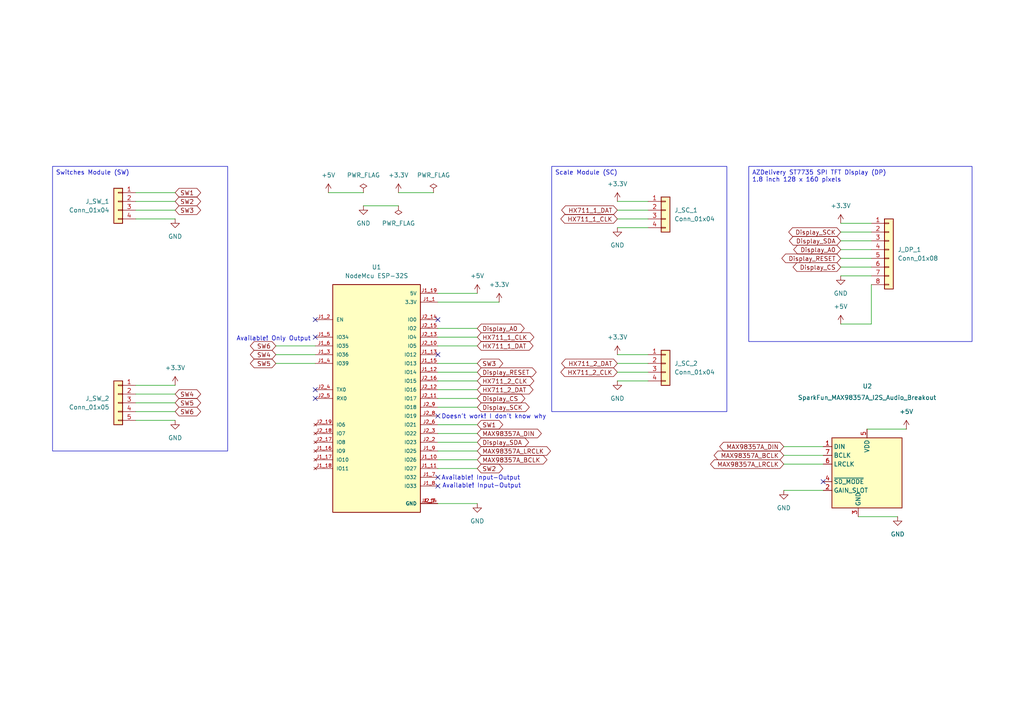
<source format=kicad_sch>
(kicad_sch
	(version 20231120)
	(generator "eeschema")
	(generator_version "8.0")
	(uuid "8f49586a-a357-465f-a327-467aa88bce75")
	(paper "A4")
	(title_block
		(title "MainControllerNodeMCU-32S")
		(date "2024-04-26")
		(rev "v0.1")
		(comment 1 "PSH Portable Smart Hangboard")
		(comment 2 "April 2024")
	)
	(lib_symbols
		(symbol "Connector_Generic:Conn_01x04"
			(pin_names
				(offset 1.016) hide)
			(exclude_from_sim no)
			(in_bom yes)
			(on_board yes)
			(property "Reference" "J"
				(at 0 5.08 0)
				(effects
					(font
						(size 1.27 1.27)
					)
				)
			)
			(property "Value" "Conn_01x04"
				(at 0 -7.62 0)
				(effects
					(font
						(size 1.27 1.27)
					)
				)
			)
			(property "Footprint" ""
				(at 0 0 0)
				(effects
					(font
						(size 1.27 1.27)
					)
					(hide yes)
				)
			)
			(property "Datasheet" "~"
				(at 0 0 0)
				(effects
					(font
						(size 1.27 1.27)
					)
					(hide yes)
				)
			)
			(property "Description" "Generic connector, single row, 01x04, script generated (kicad-library-utils/schlib/autogen/connector/)"
				(at 0 0 0)
				(effects
					(font
						(size 1.27 1.27)
					)
					(hide yes)
				)
			)
			(property "ki_keywords" "connector"
				(at 0 0 0)
				(effects
					(font
						(size 1.27 1.27)
					)
					(hide yes)
				)
			)
			(property "ki_fp_filters" "Connector*:*_1x??_*"
				(at 0 0 0)
				(effects
					(font
						(size 1.27 1.27)
					)
					(hide yes)
				)
			)
			(symbol "Conn_01x04_1_1"
				(rectangle
					(start -1.27 -4.953)
					(end 0 -5.207)
					(stroke
						(width 0.1524)
						(type default)
					)
					(fill
						(type none)
					)
				)
				(rectangle
					(start -1.27 -2.413)
					(end 0 -2.667)
					(stroke
						(width 0.1524)
						(type default)
					)
					(fill
						(type none)
					)
				)
				(rectangle
					(start -1.27 0.127)
					(end 0 -0.127)
					(stroke
						(width 0.1524)
						(type default)
					)
					(fill
						(type none)
					)
				)
				(rectangle
					(start -1.27 2.667)
					(end 0 2.413)
					(stroke
						(width 0.1524)
						(type default)
					)
					(fill
						(type none)
					)
				)
				(rectangle
					(start -1.27 3.81)
					(end 1.27 -6.35)
					(stroke
						(width 0.254)
						(type default)
					)
					(fill
						(type background)
					)
				)
				(pin passive line
					(at -5.08 2.54 0)
					(length 3.81)
					(name "Pin_1"
						(effects
							(font
								(size 1.27 1.27)
							)
						)
					)
					(number "1"
						(effects
							(font
								(size 1.27 1.27)
							)
						)
					)
				)
				(pin passive line
					(at -5.08 0 0)
					(length 3.81)
					(name "Pin_2"
						(effects
							(font
								(size 1.27 1.27)
							)
						)
					)
					(number "2"
						(effects
							(font
								(size 1.27 1.27)
							)
						)
					)
				)
				(pin passive line
					(at -5.08 -2.54 0)
					(length 3.81)
					(name "Pin_3"
						(effects
							(font
								(size 1.27 1.27)
							)
						)
					)
					(number "3"
						(effects
							(font
								(size 1.27 1.27)
							)
						)
					)
				)
				(pin passive line
					(at -5.08 -5.08 0)
					(length 3.81)
					(name "Pin_4"
						(effects
							(font
								(size 1.27 1.27)
							)
						)
					)
					(number "4"
						(effects
							(font
								(size 1.27 1.27)
							)
						)
					)
				)
			)
		)
		(symbol "Connector_Generic:Conn_01x05"
			(pin_names
				(offset 1.016) hide)
			(exclude_from_sim no)
			(in_bom yes)
			(on_board yes)
			(property "Reference" "J"
				(at 0 7.62 0)
				(effects
					(font
						(size 1.27 1.27)
					)
				)
			)
			(property "Value" "Conn_01x05"
				(at 0 -7.62 0)
				(effects
					(font
						(size 1.27 1.27)
					)
				)
			)
			(property "Footprint" ""
				(at 0 0 0)
				(effects
					(font
						(size 1.27 1.27)
					)
					(hide yes)
				)
			)
			(property "Datasheet" "~"
				(at 0 0 0)
				(effects
					(font
						(size 1.27 1.27)
					)
					(hide yes)
				)
			)
			(property "Description" "Generic connector, single row, 01x05, script generated (kicad-library-utils/schlib/autogen/connector/)"
				(at 0 0 0)
				(effects
					(font
						(size 1.27 1.27)
					)
					(hide yes)
				)
			)
			(property "ki_keywords" "connector"
				(at 0 0 0)
				(effects
					(font
						(size 1.27 1.27)
					)
					(hide yes)
				)
			)
			(property "ki_fp_filters" "Connector*:*_1x??_*"
				(at 0 0 0)
				(effects
					(font
						(size 1.27 1.27)
					)
					(hide yes)
				)
			)
			(symbol "Conn_01x05_1_1"
				(rectangle
					(start -1.27 -4.953)
					(end 0 -5.207)
					(stroke
						(width 0.1524)
						(type default)
					)
					(fill
						(type none)
					)
				)
				(rectangle
					(start -1.27 -2.413)
					(end 0 -2.667)
					(stroke
						(width 0.1524)
						(type default)
					)
					(fill
						(type none)
					)
				)
				(rectangle
					(start -1.27 0.127)
					(end 0 -0.127)
					(stroke
						(width 0.1524)
						(type default)
					)
					(fill
						(type none)
					)
				)
				(rectangle
					(start -1.27 2.667)
					(end 0 2.413)
					(stroke
						(width 0.1524)
						(type default)
					)
					(fill
						(type none)
					)
				)
				(rectangle
					(start -1.27 5.207)
					(end 0 4.953)
					(stroke
						(width 0.1524)
						(type default)
					)
					(fill
						(type none)
					)
				)
				(rectangle
					(start -1.27 6.35)
					(end 1.27 -6.35)
					(stroke
						(width 0.254)
						(type default)
					)
					(fill
						(type background)
					)
				)
				(pin passive line
					(at -5.08 5.08 0)
					(length 3.81)
					(name "Pin_1"
						(effects
							(font
								(size 1.27 1.27)
							)
						)
					)
					(number "1"
						(effects
							(font
								(size 1.27 1.27)
							)
						)
					)
				)
				(pin passive line
					(at -5.08 2.54 0)
					(length 3.81)
					(name "Pin_2"
						(effects
							(font
								(size 1.27 1.27)
							)
						)
					)
					(number "2"
						(effects
							(font
								(size 1.27 1.27)
							)
						)
					)
				)
				(pin passive line
					(at -5.08 0 0)
					(length 3.81)
					(name "Pin_3"
						(effects
							(font
								(size 1.27 1.27)
							)
						)
					)
					(number "3"
						(effects
							(font
								(size 1.27 1.27)
							)
						)
					)
				)
				(pin passive line
					(at -5.08 -2.54 0)
					(length 3.81)
					(name "Pin_4"
						(effects
							(font
								(size 1.27 1.27)
							)
						)
					)
					(number "4"
						(effects
							(font
								(size 1.27 1.27)
							)
						)
					)
				)
				(pin passive line
					(at -5.08 -5.08 0)
					(length 3.81)
					(name "Pin_5"
						(effects
							(font
								(size 1.27 1.27)
							)
						)
					)
					(number "5"
						(effects
							(font
								(size 1.27 1.27)
							)
						)
					)
				)
			)
		)
		(symbol "Connector_Generic:Conn_01x08"
			(pin_names
				(offset 1.016) hide)
			(exclude_from_sim no)
			(in_bom yes)
			(on_board yes)
			(property "Reference" "J"
				(at 0 10.16 0)
				(effects
					(font
						(size 1.27 1.27)
					)
				)
			)
			(property "Value" "Conn_01x08"
				(at 0 -12.7 0)
				(effects
					(font
						(size 1.27 1.27)
					)
				)
			)
			(property "Footprint" ""
				(at 0 0 0)
				(effects
					(font
						(size 1.27 1.27)
					)
					(hide yes)
				)
			)
			(property "Datasheet" "~"
				(at 0 0 0)
				(effects
					(font
						(size 1.27 1.27)
					)
					(hide yes)
				)
			)
			(property "Description" "Generic connector, single row, 01x08, script generated (kicad-library-utils/schlib/autogen/connector/)"
				(at 0 0 0)
				(effects
					(font
						(size 1.27 1.27)
					)
					(hide yes)
				)
			)
			(property "ki_keywords" "connector"
				(at 0 0 0)
				(effects
					(font
						(size 1.27 1.27)
					)
					(hide yes)
				)
			)
			(property "ki_fp_filters" "Connector*:*_1x??_*"
				(at 0 0 0)
				(effects
					(font
						(size 1.27 1.27)
					)
					(hide yes)
				)
			)
			(symbol "Conn_01x08_1_1"
				(rectangle
					(start -1.27 -10.033)
					(end 0 -10.287)
					(stroke
						(width 0.1524)
						(type default)
					)
					(fill
						(type none)
					)
				)
				(rectangle
					(start -1.27 -7.493)
					(end 0 -7.747)
					(stroke
						(width 0.1524)
						(type default)
					)
					(fill
						(type none)
					)
				)
				(rectangle
					(start -1.27 -4.953)
					(end 0 -5.207)
					(stroke
						(width 0.1524)
						(type default)
					)
					(fill
						(type none)
					)
				)
				(rectangle
					(start -1.27 -2.413)
					(end 0 -2.667)
					(stroke
						(width 0.1524)
						(type default)
					)
					(fill
						(type none)
					)
				)
				(rectangle
					(start -1.27 0.127)
					(end 0 -0.127)
					(stroke
						(width 0.1524)
						(type default)
					)
					(fill
						(type none)
					)
				)
				(rectangle
					(start -1.27 2.667)
					(end 0 2.413)
					(stroke
						(width 0.1524)
						(type default)
					)
					(fill
						(type none)
					)
				)
				(rectangle
					(start -1.27 5.207)
					(end 0 4.953)
					(stroke
						(width 0.1524)
						(type default)
					)
					(fill
						(type none)
					)
				)
				(rectangle
					(start -1.27 7.747)
					(end 0 7.493)
					(stroke
						(width 0.1524)
						(type default)
					)
					(fill
						(type none)
					)
				)
				(rectangle
					(start -1.27 8.89)
					(end 1.27 -11.43)
					(stroke
						(width 0.254)
						(type default)
					)
					(fill
						(type background)
					)
				)
				(pin passive line
					(at -5.08 7.62 0)
					(length 3.81)
					(name "Pin_1"
						(effects
							(font
								(size 1.27 1.27)
							)
						)
					)
					(number "1"
						(effects
							(font
								(size 1.27 1.27)
							)
						)
					)
				)
				(pin passive line
					(at -5.08 5.08 0)
					(length 3.81)
					(name "Pin_2"
						(effects
							(font
								(size 1.27 1.27)
							)
						)
					)
					(number "2"
						(effects
							(font
								(size 1.27 1.27)
							)
						)
					)
				)
				(pin passive line
					(at -5.08 2.54 0)
					(length 3.81)
					(name "Pin_3"
						(effects
							(font
								(size 1.27 1.27)
							)
						)
					)
					(number "3"
						(effects
							(font
								(size 1.27 1.27)
							)
						)
					)
				)
				(pin passive line
					(at -5.08 0 0)
					(length 3.81)
					(name "Pin_4"
						(effects
							(font
								(size 1.27 1.27)
							)
						)
					)
					(number "4"
						(effects
							(font
								(size 1.27 1.27)
							)
						)
					)
				)
				(pin passive line
					(at -5.08 -2.54 0)
					(length 3.81)
					(name "Pin_5"
						(effects
							(font
								(size 1.27 1.27)
							)
						)
					)
					(number "5"
						(effects
							(font
								(size 1.27 1.27)
							)
						)
					)
				)
				(pin passive line
					(at -5.08 -5.08 0)
					(length 3.81)
					(name "Pin_6"
						(effects
							(font
								(size 1.27 1.27)
							)
						)
					)
					(number "6"
						(effects
							(font
								(size 1.27 1.27)
							)
						)
					)
				)
				(pin passive line
					(at -5.08 -7.62 0)
					(length 3.81)
					(name "Pin_7"
						(effects
							(font
								(size 1.27 1.27)
							)
						)
					)
					(number "7"
						(effects
							(font
								(size 1.27 1.27)
							)
						)
					)
				)
				(pin passive line
					(at -5.08 -10.16 0)
					(length 3.81)
					(name "Pin_8"
						(effects
							(font
								(size 1.27 1.27)
							)
						)
					)
					(number "8"
						(effects
							(font
								(size 1.27 1.27)
							)
						)
					)
				)
			)
		)
		(symbol "NodeMcu ESP-32S:NodeMcu ESP-32S"
			(pin_names
				(offset 1.016)
			)
			(exclude_from_sim no)
			(in_bom yes)
			(on_board yes)
			(property "Reference" "U"
				(at -12.7 33.782 0)
				(effects
					(font
						(size 1.27 1.27)
					)
					(justify left bottom)
				)
			)
			(property "Value" "NodeMcu ESP-32S"
				(at -12.7 -35.56 0)
				(effects
					(font
						(size 1.27 1.27)
					)
					(justify left bottom)
				)
			)
			(property "Footprint" "NODEMCU-32S:MODULE_NODEMCU-32S"
				(at 0 0 0)
				(effects
					(font
						(size 1.27 1.27)
					)
					(justify bottom)
					(hide yes)
				)
			)
			(property "Datasheet" ""
				(at 0 0 0)
				(effects
					(font
						(size 1.27 1.27)
					)
					(hide yes)
				)
			)
			(property "Description" ""
				(at 0 0 0)
				(effects
					(font
						(size 1.27 1.27)
					)
					(hide yes)
				)
			)
			(property "MF" "AI-Thinker"
				(at 0 0 0)
				(effects
					(font
						(size 1.27 1.27)
					)
					(justify bottom)
					(hide yes)
				)
			)
			(property "MAXIMUM_PACKAGE_HEIGHT" "3.00mm"
				(at 0 0 0)
				(effects
					(font
						(size 1.27 1.27)
					)
					(justify bottom)
					(hide yes)
				)
			)
			(property "Package" "Package"
				(at 0 0 0)
				(effects
					(font
						(size 1.27 1.27)
					)
					(justify bottom)
					(hide yes)
				)
			)
			(property "Price" "None"
				(at 0 0 0)
				(effects
					(font
						(size 1.27 1.27)
					)
					(justify bottom)
					(hide yes)
				)
			)
			(property "Check_prices" "https://www.snapeda.com/parts/NODEMCU-32S/AI-Thinker/view-part/?ref=eda"
				(at 0 0 0)
				(effects
					(font
						(size 1.27 1.27)
					)
					(justify bottom)
					(hide yes)
				)
			)
			(property "STANDARD" "Manufacturer Recommendations"
				(at 0 0 0)
				(effects
					(font
						(size 1.27 1.27)
					)
					(justify bottom)
					(hide yes)
				)
			)
			(property "PARTREV" "V1"
				(at 0 0 0)
				(effects
					(font
						(size 1.27 1.27)
					)
					(justify bottom)
					(hide yes)
				)
			)
			(property "SnapEDA_Link" "https://www.snapeda.com/parts/NODEMCU-32S/AI-Thinker/view-part/?ref=snap"
				(at 0 0 0)
				(effects
					(font
						(size 1.27 1.27)
					)
					(justify bottom)
					(hide yes)
				)
			)
			(property "MP" "NODEMCU-32S"
				(at 0 0 0)
				(effects
					(font
						(size 1.27 1.27)
					)
					(justify bottom)
					(hide yes)
				)
			)
			(property "Description_1" "\nWIFI MODULE V1\n"
				(at 0 0 0)
				(effects
					(font
						(size 1.27 1.27)
					)
					(justify bottom)
					(hide yes)
				)
			)
			(property "Availability" "Not in stock"
				(at 0 0 0)
				(effects
					(font
						(size 1.27 1.27)
					)
					(justify bottom)
					(hide yes)
				)
			)
			(property "MANUFACTURER" "AI-Thinker"
				(at 0 0 0)
				(effects
					(font
						(size 1.27 1.27)
					)
					(justify bottom)
					(hide yes)
				)
			)
			(symbol "NodeMcu ESP-32S_0_0"
				(rectangle
					(start -12.7 -33.02)
					(end 12.7 33.02)
					(stroke
						(width 0.254)
						(type default)
					)
					(fill
						(type background)
					)
				)
				(pin power_in line
					(at 17.78 27.94 180)
					(length 5.08)
					(name "3.3V"
						(effects
							(font
								(size 1.016 1.016)
							)
						)
					)
					(number "J1_1"
						(effects
							(font
								(size 1.016 1.016)
							)
						)
					)
				)
				(pin bidirectional line
					(at 17.78 -17.78 180)
					(length 5.08)
					(name "IO26"
						(effects
							(font
								(size 1.016 1.016)
							)
						)
					)
					(number "J1_10"
						(effects
							(font
								(size 1.016 1.016)
							)
						)
					)
				)
				(pin bidirectional line
					(at 17.78 -20.32 180)
					(length 5.08)
					(name "IO27"
						(effects
							(font
								(size 1.016 1.016)
							)
						)
					)
					(number "J1_11"
						(effects
							(font
								(size 1.016 1.016)
							)
						)
					)
				)
				(pin bidirectional line
					(at 17.78 7.62 180)
					(length 5.08)
					(name "IO14"
						(effects
							(font
								(size 1.016 1.016)
							)
						)
					)
					(number "J1_12"
						(effects
							(font
								(size 1.016 1.016)
							)
						)
					)
				)
				(pin bidirectional line
					(at 17.78 12.7 180)
					(length 5.08)
					(name "IO12"
						(effects
							(font
								(size 1.016 1.016)
							)
						)
					)
					(number "J1_13"
						(effects
							(font
								(size 1.016 1.016)
							)
						)
					)
				)
				(pin power_in line
					(at 17.78 -30.48 180)
					(length 5.08)
					(name "GND"
						(effects
							(font
								(size 1.016 1.016)
							)
						)
					)
					(number "J1_14"
						(effects
							(font
								(size 1.016 1.016)
							)
						)
					)
				)
				(pin bidirectional line
					(at 17.78 10.16 180)
					(length 5.08)
					(name "IO13"
						(effects
							(font
								(size 1.016 1.016)
							)
						)
					)
					(number "J1_15"
						(effects
							(font
								(size 1.016 1.016)
							)
						)
					)
				)
				(pin no_connect line
					(at -17.78 -15.24 0)
					(length 5.08)
					(name "IO9"
						(effects
							(font
								(size 1.016 1.016)
							)
						)
					)
					(number "J1_16"
						(effects
							(font
								(size 1.016 1.016)
							)
						)
					)
				)
				(pin no_connect line
					(at -17.78 -17.78 0)
					(length 5.08)
					(name "IO10"
						(effects
							(font
								(size 1.016 1.016)
							)
						)
					)
					(number "J1_17"
						(effects
							(font
								(size 1.016 1.016)
							)
						)
					)
				)
				(pin no_connect line
					(at -17.78 -20.32 0)
					(length 5.08)
					(name "IO11"
						(effects
							(font
								(size 1.016 1.016)
							)
						)
					)
					(number "J1_18"
						(effects
							(font
								(size 1.016 1.016)
							)
						)
					)
				)
				(pin power_in line
					(at 17.78 30.48 180)
					(length 5.08)
					(name "5V"
						(effects
							(font
								(size 1.016 1.016)
							)
						)
					)
					(number "J1_19"
						(effects
							(font
								(size 1.016 1.016)
							)
						)
					)
				)
				(pin input line
					(at -17.78 22.86 0)
					(length 5.08)
					(name "EN"
						(effects
							(font
								(size 1.016 1.016)
							)
						)
					)
					(number "J1_2"
						(effects
							(font
								(size 1.016 1.016)
							)
						)
					)
				)
				(pin input line
					(at -17.78 12.7 0)
					(length 5.08)
					(name "IO36"
						(effects
							(font
								(size 1.016 1.016)
							)
						)
					)
					(number "J1_3"
						(effects
							(font
								(size 1.016 1.016)
							)
						)
					)
				)
				(pin input line
					(at -17.78 10.16 0)
					(length 5.08)
					(name "IO39"
						(effects
							(font
								(size 1.016 1.016)
							)
						)
					)
					(number "J1_4"
						(effects
							(font
								(size 1.016 1.016)
							)
						)
					)
				)
				(pin input line
					(at -17.78 17.78 0)
					(length 5.08)
					(name "IO34"
						(effects
							(font
								(size 1.016 1.016)
							)
						)
					)
					(number "J1_5"
						(effects
							(font
								(size 1.016 1.016)
							)
						)
					)
				)
				(pin input line
					(at -17.78 15.24 0)
					(length 5.08)
					(name "IO35"
						(effects
							(font
								(size 1.016 1.016)
							)
						)
					)
					(number "J1_6"
						(effects
							(font
								(size 1.016 1.016)
							)
						)
					)
				)
				(pin bidirectional line
					(at 17.78 -22.86 180)
					(length 5.08)
					(name "IO32"
						(effects
							(font
								(size 1.016 1.016)
							)
						)
					)
					(number "J1_7"
						(effects
							(font
								(size 1.016 1.016)
							)
						)
					)
				)
				(pin bidirectional line
					(at 17.78 -25.4 180)
					(length 5.08)
					(name "IO33"
						(effects
							(font
								(size 1.016 1.016)
							)
						)
					)
					(number "J1_8"
						(effects
							(font
								(size 1.016 1.016)
							)
						)
					)
				)
				(pin bidirectional line
					(at 17.78 -15.24 180)
					(length 5.08)
					(name "IO25"
						(effects
							(font
								(size 1.016 1.016)
							)
						)
					)
					(number "J1_9"
						(effects
							(font
								(size 1.016 1.016)
							)
						)
					)
				)
				(pin power_in line
					(at 17.78 -30.48 180)
					(length 5.08)
					(name "GND"
						(effects
							(font
								(size 1.016 1.016)
							)
						)
					)
					(number "J2_1"
						(effects
							(font
								(size 1.016 1.016)
							)
						)
					)
				)
				(pin bidirectional line
					(at 17.78 15.24 180)
					(length 5.08)
					(name "IO5"
						(effects
							(font
								(size 1.016 1.016)
							)
						)
					)
					(number "J2_10"
						(effects
							(font
								(size 1.016 1.016)
							)
						)
					)
				)
				(pin bidirectional line
					(at 17.78 0 180)
					(length 5.08)
					(name "IO17"
						(effects
							(font
								(size 1.016 1.016)
							)
						)
					)
					(number "J2_11"
						(effects
							(font
								(size 1.016 1.016)
							)
						)
					)
				)
				(pin bidirectional line
					(at 17.78 2.54 180)
					(length 5.08)
					(name "IO16"
						(effects
							(font
								(size 1.016 1.016)
							)
						)
					)
					(number "J2_12"
						(effects
							(font
								(size 1.016 1.016)
							)
						)
					)
				)
				(pin bidirectional line
					(at 17.78 17.78 180)
					(length 5.08)
					(name "IO4"
						(effects
							(font
								(size 1.016 1.016)
							)
						)
					)
					(number "J2_13"
						(effects
							(font
								(size 1.016 1.016)
							)
						)
					)
				)
				(pin bidirectional line
					(at 17.78 22.86 180)
					(length 5.08)
					(name "IO0"
						(effects
							(font
								(size 1.016 1.016)
							)
						)
					)
					(number "J2_14"
						(effects
							(font
								(size 1.016 1.016)
							)
						)
					)
				)
				(pin bidirectional line
					(at 17.78 20.32 180)
					(length 5.08)
					(name "IO2"
						(effects
							(font
								(size 1.016 1.016)
							)
						)
					)
					(number "J2_15"
						(effects
							(font
								(size 1.016 1.016)
							)
						)
					)
				)
				(pin bidirectional line
					(at 17.78 5.08 180)
					(length 5.08)
					(name "IO15"
						(effects
							(font
								(size 1.016 1.016)
							)
						)
					)
					(number "J2_16"
						(effects
							(font
								(size 1.016 1.016)
							)
						)
					)
				)
				(pin no_connect line
					(at -17.78 -12.7 0)
					(length 5.08)
					(name "IO8"
						(effects
							(font
								(size 1.016 1.016)
							)
						)
					)
					(number "J2_17"
						(effects
							(font
								(size 1.016 1.016)
							)
						)
					)
				)
				(pin no_connect line
					(at -17.78 -10.16 0)
					(length 5.08)
					(name "IO7"
						(effects
							(font
								(size 1.016 1.016)
							)
						)
					)
					(number "J2_18"
						(effects
							(font
								(size 1.016 1.016)
							)
						)
					)
				)
				(pin no_connect line
					(at -17.78 -7.62 0)
					(length 5.08)
					(name "IO6"
						(effects
							(font
								(size 1.016 1.016)
							)
						)
					)
					(number "J2_19"
						(effects
							(font
								(size 1.016 1.016)
							)
						)
					)
				)
				(pin bidirectional line
					(at 17.78 -12.7 180)
					(length 5.08)
					(name "IO23"
						(effects
							(font
								(size 1.016 1.016)
							)
						)
					)
					(number "J2_2"
						(effects
							(font
								(size 1.016 1.016)
							)
						)
					)
				)
				(pin bidirectional line
					(at 17.78 -10.16 180)
					(length 5.08)
					(name "IO22"
						(effects
							(font
								(size 1.016 1.016)
							)
						)
					)
					(number "J2_3"
						(effects
							(font
								(size 1.016 1.016)
							)
						)
					)
				)
				(pin bidirectional line
					(at -17.78 2.54 0)
					(length 5.08)
					(name "TX0"
						(effects
							(font
								(size 1.016 1.016)
							)
						)
					)
					(number "J2_4"
						(effects
							(font
								(size 1.016 1.016)
							)
						)
					)
				)
				(pin bidirectional line
					(at -17.78 0 0)
					(length 5.08)
					(name "RX0"
						(effects
							(font
								(size 1.016 1.016)
							)
						)
					)
					(number "J2_5"
						(effects
							(font
								(size 1.016 1.016)
							)
						)
					)
				)
				(pin bidirectional line
					(at 17.78 -7.62 180)
					(length 5.08)
					(name "IO21"
						(effects
							(font
								(size 1.016 1.016)
							)
						)
					)
					(number "J2_6"
						(effects
							(font
								(size 1.016 1.016)
							)
						)
					)
				)
				(pin power_in line
					(at 17.78 -30.48 180)
					(length 5.08)
					(name "GND"
						(effects
							(font
								(size 1.016 1.016)
							)
						)
					)
					(number "J2_7"
						(effects
							(font
								(size 1.016 1.016)
							)
						)
					)
				)
				(pin bidirectional line
					(at 17.78 -5.08 180)
					(length 5.08)
					(name "IO19"
						(effects
							(font
								(size 1.016 1.016)
							)
						)
					)
					(number "J2_8"
						(effects
							(font
								(size 1.016 1.016)
							)
						)
					)
				)
				(pin bidirectional line
					(at 17.78 -2.54 180)
					(length 5.08)
					(name "IO18"
						(effects
							(font
								(size 1.016 1.016)
							)
						)
					)
					(number "J2_9"
						(effects
							(font
								(size 1.016 1.016)
							)
						)
					)
				)
			)
		)
		(symbol "SparkFun MAX98357A I2S Audio Breakout:SparkFun_MAX98357A_I2S_Audio_Breakout"
			(exclude_from_sim no)
			(in_bom yes)
			(on_board yes)
			(property "Reference" "U"
				(at -8.89 11.43 0)
				(effects
					(font
						(size 1.27 1.27)
					)
				)
			)
			(property "Value" "SparkFun_MAX98357A_I2S_Audio_Breakout"
				(at 0 24.13 0)
				(effects
					(font
						(size 1.27 1.27)
					)
				)
			)
			(property "Footprint" "Footprints:SparkFun MAX98357A I2S Audio Breakout"
				(at -1.27 -21.59 0)
				(effects
					(font
						(size 1.27 1.27)
					)
					(hide yes)
				)
			)
			(property "Datasheet" "https://www.analog.com/media/en/technical-documentation/data-sheets/MAX98357A-MAX98357B.pdf"
				(at 0 -16.51 0)
				(effects
					(font
						(size 1.27 1.27)
					)
					(hide yes)
				)
			)
			(property "Description" "Mono DAC with amplifier, I2S, PCM, TDM, 32-bit, 96khz, 3.2W, TQFP-16"
				(at 0 -19.05 0)
				(effects
					(font
						(size 1.27 1.27)
					)
					(hide yes)
				)
			)
			(property "ki_keywords" "pcm tdm i2s left-justified amplifier audio dac"
				(at 0 0 0)
				(effects
					(font
						(size 1.27 1.27)
					)
					(hide yes)
				)
			)
			(property "ki_fp_filters" "TQFN*3x3mm*P0.5mm*EP1.23x1.23mm*"
				(at 0 0 0)
				(effects
					(font
						(size 1.27 1.27)
					)
					(hide yes)
				)
			)
			(symbol "SparkFun_MAX98357A_I2S_Audio_Breakout_1_1"
				(rectangle
					(start -10.16 10.16)
					(end 10.16 -10.16)
					(stroke
						(width 0.254)
						(type default)
					)
					(fill
						(type background)
					)
				)
				(pin input line
					(at -12.7 7.62 0)
					(length 2.54)
					(name "DIN"
						(effects
							(font
								(size 1.27 1.27)
							)
						)
					)
					(number "1"
						(effects
							(font
								(size 1.27 1.27)
							)
						)
					)
				)
				(pin passive line
					(at -12.7 -5.08 0)
					(length 2.54)
					(name "GAIN_SLOT"
						(effects
							(font
								(size 1.27 1.27)
							)
						)
					)
					(number "2"
						(effects
							(font
								(size 1.27 1.27)
							)
						)
					)
				)
				(pin power_in line
					(at -2.54 -12.7 90)
					(length 2.54)
					(name "GND"
						(effects
							(font
								(size 1.27 1.27)
							)
						)
					)
					(number "3"
						(effects
							(font
								(size 1.27 1.27)
							)
						)
					)
				)
				(pin input line
					(at -12.7 -2.54 0)
					(length 2.54)
					(name "~{SD_MODE}"
						(effects
							(font
								(size 1.27 1.27)
							)
						)
					)
					(number "4"
						(effects
							(font
								(size 1.27 1.27)
							)
						)
					)
				)
				(pin power_in line
					(at 0 12.7 270)
					(length 2.54)
					(name "VDD"
						(effects
							(font
								(size 1.27 1.27)
							)
						)
					)
					(number "5"
						(effects
							(font
								(size 1.27 1.27)
							)
						)
					)
				)
				(pin input line
					(at -12.7 2.54 0)
					(length 2.54)
					(name "LRCLK"
						(effects
							(font
								(size 1.27 1.27)
							)
						)
					)
					(number "6"
						(effects
							(font
								(size 1.27 1.27)
							)
						)
					)
				)
				(pin input line
					(at -12.7 5.08 0)
					(length 2.54)
					(name "BCLK"
						(effects
							(font
								(size 1.27 1.27)
							)
						)
					)
					(number "7"
						(effects
							(font
								(size 1.27 1.27)
							)
						)
					)
				)
			)
		)
		(symbol "power:+3.3V"
			(power)
			(pin_numbers hide)
			(pin_names
				(offset 0) hide)
			(exclude_from_sim no)
			(in_bom yes)
			(on_board yes)
			(property "Reference" "#PWR"
				(at 0 -3.81 0)
				(effects
					(font
						(size 1.27 1.27)
					)
					(hide yes)
				)
			)
			(property "Value" "+3.3V"
				(at 0 3.556 0)
				(effects
					(font
						(size 1.27 1.27)
					)
				)
			)
			(property "Footprint" ""
				(at 0 0 0)
				(effects
					(font
						(size 1.27 1.27)
					)
					(hide yes)
				)
			)
			(property "Datasheet" ""
				(at 0 0 0)
				(effects
					(font
						(size 1.27 1.27)
					)
					(hide yes)
				)
			)
			(property "Description" "Power symbol creates a global label with name \"+3.3V\""
				(at 0 0 0)
				(effects
					(font
						(size 1.27 1.27)
					)
					(hide yes)
				)
			)
			(property "ki_keywords" "global power"
				(at 0 0 0)
				(effects
					(font
						(size 1.27 1.27)
					)
					(hide yes)
				)
			)
			(symbol "+3.3V_0_1"
				(polyline
					(pts
						(xy -0.762 1.27) (xy 0 2.54)
					)
					(stroke
						(width 0)
						(type default)
					)
					(fill
						(type none)
					)
				)
				(polyline
					(pts
						(xy 0 0) (xy 0 2.54)
					)
					(stroke
						(width 0)
						(type default)
					)
					(fill
						(type none)
					)
				)
				(polyline
					(pts
						(xy 0 2.54) (xy 0.762 1.27)
					)
					(stroke
						(width 0)
						(type default)
					)
					(fill
						(type none)
					)
				)
			)
			(symbol "+3.3V_1_1"
				(pin power_in line
					(at 0 0 90)
					(length 0)
					(name "~"
						(effects
							(font
								(size 1.27 1.27)
							)
						)
					)
					(number "1"
						(effects
							(font
								(size 1.27 1.27)
							)
						)
					)
				)
			)
		)
		(symbol "power:+5V"
			(power)
			(pin_numbers hide)
			(pin_names
				(offset 0) hide)
			(exclude_from_sim no)
			(in_bom yes)
			(on_board yes)
			(property "Reference" "#PWR"
				(at 0 -3.81 0)
				(effects
					(font
						(size 1.27 1.27)
					)
					(hide yes)
				)
			)
			(property "Value" "+5V"
				(at 0 3.556 0)
				(effects
					(font
						(size 1.27 1.27)
					)
				)
			)
			(property "Footprint" ""
				(at 0 0 0)
				(effects
					(font
						(size 1.27 1.27)
					)
					(hide yes)
				)
			)
			(property "Datasheet" ""
				(at 0 0 0)
				(effects
					(font
						(size 1.27 1.27)
					)
					(hide yes)
				)
			)
			(property "Description" "Power symbol creates a global label with name \"+5V\""
				(at 0 0 0)
				(effects
					(font
						(size 1.27 1.27)
					)
					(hide yes)
				)
			)
			(property "ki_keywords" "global power"
				(at 0 0 0)
				(effects
					(font
						(size 1.27 1.27)
					)
					(hide yes)
				)
			)
			(symbol "+5V_0_1"
				(polyline
					(pts
						(xy -0.762 1.27) (xy 0 2.54)
					)
					(stroke
						(width 0)
						(type default)
					)
					(fill
						(type none)
					)
				)
				(polyline
					(pts
						(xy 0 0) (xy 0 2.54)
					)
					(stroke
						(width 0)
						(type default)
					)
					(fill
						(type none)
					)
				)
				(polyline
					(pts
						(xy 0 2.54) (xy 0.762 1.27)
					)
					(stroke
						(width 0)
						(type default)
					)
					(fill
						(type none)
					)
				)
			)
			(symbol "+5V_1_1"
				(pin power_in line
					(at 0 0 90)
					(length 0)
					(name "~"
						(effects
							(font
								(size 1.27 1.27)
							)
						)
					)
					(number "1"
						(effects
							(font
								(size 1.27 1.27)
							)
						)
					)
				)
			)
		)
		(symbol "power:GND"
			(power)
			(pin_numbers hide)
			(pin_names
				(offset 0) hide)
			(exclude_from_sim no)
			(in_bom yes)
			(on_board yes)
			(property "Reference" "#PWR"
				(at 0 -6.35 0)
				(effects
					(font
						(size 1.27 1.27)
					)
					(hide yes)
				)
			)
			(property "Value" "GND"
				(at 0 -3.81 0)
				(effects
					(font
						(size 1.27 1.27)
					)
				)
			)
			(property "Footprint" ""
				(at 0 0 0)
				(effects
					(font
						(size 1.27 1.27)
					)
					(hide yes)
				)
			)
			(property "Datasheet" ""
				(at 0 0 0)
				(effects
					(font
						(size 1.27 1.27)
					)
					(hide yes)
				)
			)
			(property "Description" "Power symbol creates a global label with name \"GND\" , ground"
				(at 0 0 0)
				(effects
					(font
						(size 1.27 1.27)
					)
					(hide yes)
				)
			)
			(property "ki_keywords" "global power"
				(at 0 0 0)
				(effects
					(font
						(size 1.27 1.27)
					)
					(hide yes)
				)
			)
			(symbol "GND_0_1"
				(polyline
					(pts
						(xy 0 0) (xy 0 -1.27) (xy 1.27 -1.27) (xy 0 -2.54) (xy -1.27 -1.27) (xy 0 -1.27)
					)
					(stroke
						(width 0)
						(type default)
					)
					(fill
						(type none)
					)
				)
			)
			(symbol "GND_1_1"
				(pin power_in line
					(at 0 0 270)
					(length 0)
					(name "~"
						(effects
							(font
								(size 1.27 1.27)
							)
						)
					)
					(number "1"
						(effects
							(font
								(size 1.27 1.27)
							)
						)
					)
				)
			)
		)
		(symbol "power:PWR_FLAG"
			(power)
			(pin_numbers hide)
			(pin_names
				(offset 0) hide)
			(exclude_from_sim no)
			(in_bom yes)
			(on_board yes)
			(property "Reference" "#FLG"
				(at 0 1.905 0)
				(effects
					(font
						(size 1.27 1.27)
					)
					(hide yes)
				)
			)
			(property "Value" "PWR_FLAG"
				(at 0 3.81 0)
				(effects
					(font
						(size 1.27 1.27)
					)
				)
			)
			(property "Footprint" ""
				(at 0 0 0)
				(effects
					(font
						(size 1.27 1.27)
					)
					(hide yes)
				)
			)
			(property "Datasheet" "~"
				(at 0 0 0)
				(effects
					(font
						(size 1.27 1.27)
					)
					(hide yes)
				)
			)
			(property "Description" "Special symbol for telling ERC where power comes from"
				(at 0 0 0)
				(effects
					(font
						(size 1.27 1.27)
					)
					(hide yes)
				)
			)
			(property "ki_keywords" "flag power"
				(at 0 0 0)
				(effects
					(font
						(size 1.27 1.27)
					)
					(hide yes)
				)
			)
			(symbol "PWR_FLAG_0_0"
				(pin power_out line
					(at 0 0 90)
					(length 0)
					(name "~"
						(effects
							(font
								(size 1.27 1.27)
							)
						)
					)
					(number "1"
						(effects
							(font
								(size 1.27 1.27)
							)
						)
					)
				)
			)
			(symbol "PWR_FLAG_0_1"
				(polyline
					(pts
						(xy 0 0) (xy 0 1.27) (xy -1.016 1.905) (xy 0 2.54) (xy 1.016 1.905) (xy 0 1.27)
					)
					(stroke
						(width 0)
						(type default)
					)
					(fill
						(type none)
					)
				)
			)
		)
	)
	(no_connect
		(at 91.44 115.57)
		(uuid "04fb05a3-d8a0-4121-9d10-58d1f5b9a51d")
	)
	(no_connect
		(at 91.44 97.79)
		(uuid "16031701-65ec-42ad-94b0-06b67a989b30")
	)
	(no_connect
		(at 91.44 113.03)
		(uuid "25d47e80-ef73-4c43-b7d1-f59f9bcedb3c")
	)
	(no_connect
		(at 91.44 92.71)
		(uuid "25e958df-cd68-49ae-abaf-1cda1c42f3bf")
	)
	(no_connect
		(at 127 140.97)
		(uuid "2d9f8a4e-14c6-4d5e-b45a-3059a76028cd")
	)
	(no_connect
		(at 238.76 139.7)
		(uuid "63f7a092-7726-4af6-9a85-f6f10f6dc2a5")
	)
	(no_connect
		(at 127 120.65)
		(uuid "7b0de59b-881a-48a9-ba2d-a49b3481fd3d")
	)
	(no_connect
		(at 127 102.87)
		(uuid "828f63ef-0263-461e-acbd-6c29051f8b48")
	)
	(no_connect
		(at 127 92.71)
		(uuid "9f9c7427-fa18-4426-a579-b4feeb13ba4f")
	)
	(no_connect
		(at 127 138.43)
		(uuid "af9d300a-e804-4979-a7c8-cdba611f0fda")
	)
	(wire
		(pts
			(xy 127 85.09) (xy 138.43 85.09)
		)
		(stroke
			(width 0)
			(type default)
		)
		(uuid "01691ce6-53f1-4c4a-aacf-a0cacc397edf")
	)
	(wire
		(pts
			(xy 125.73 55.88) (xy 115.57 55.88)
		)
		(stroke
			(width 0)
			(type default)
		)
		(uuid "03bcdb01-9ee3-4678-bd35-8bcc3b569b88")
	)
	(wire
		(pts
			(xy 127 105.41) (xy 138.43 105.41)
		)
		(stroke
			(width 0)
			(type default)
		)
		(uuid "05934460-308e-4669-a568-82ad68470887")
	)
	(wire
		(pts
			(xy 238.76 132.08) (xy 227.33 132.08)
		)
		(stroke
			(width 0)
			(type default)
		)
		(uuid "05e8b9ab-0cba-45a1-ad66-b84d3df801c1")
	)
	(wire
		(pts
			(xy 127 95.25) (xy 138.43 95.25)
		)
		(stroke
			(width 0)
			(type default)
		)
		(uuid "0b19040c-ab43-4406-8429-6da6176bb5c1")
	)
	(wire
		(pts
			(xy 39.37 116.84) (xy 50.8 116.84)
		)
		(stroke
			(width 0)
			(type default)
		)
		(uuid "0d242cea-e138-44f3-a4d7-612713418054")
	)
	(wire
		(pts
			(xy 243.84 64.77) (xy 252.73 64.77)
		)
		(stroke
			(width 0)
			(type default)
		)
		(uuid "10728244-992b-49a1-8108-6cdfe3351b96")
	)
	(wire
		(pts
			(xy 39.37 121.92) (xy 50.8 121.92)
		)
		(stroke
			(width 0)
			(type default)
		)
		(uuid "14047da4-81bf-4f8f-b12a-7024e3d0db40")
	)
	(wire
		(pts
			(xy 127 146.05) (xy 138.43 146.05)
		)
		(stroke
			(width 0)
			(type default)
		)
		(uuid "1d596a9e-5042-4668-af5c-e4132d7b204a")
	)
	(wire
		(pts
			(xy 243.84 72.39) (xy 252.73 72.39)
		)
		(stroke
			(width 0)
			(type default)
		)
		(uuid "22398eab-29f7-443b-ad25-c1303d9c9e14")
	)
	(wire
		(pts
			(xy 127 118.11) (xy 138.43 118.11)
		)
		(stroke
			(width 0)
			(type default)
		)
		(uuid "2edb49ed-17fb-48e6-ad98-f823f532e4f4")
	)
	(wire
		(pts
			(xy 238.76 129.54) (xy 227.33 129.54)
		)
		(stroke
			(width 0)
			(type default)
		)
		(uuid "36cf9572-47fa-4e78-969a-de83c9cbd09b")
	)
	(wire
		(pts
			(xy 179.07 107.95) (xy 187.96 107.95)
		)
		(stroke
			(width 0)
			(type default)
		)
		(uuid "386f1f58-24da-44d1-ade7-21e3d175662c")
	)
	(wire
		(pts
			(xy 243.84 80.01) (xy 252.73 80.01)
		)
		(stroke
			(width 0)
			(type default)
		)
		(uuid "3eb95f30-88fe-4674-bbfa-6d0c79bcef33")
	)
	(wire
		(pts
			(xy 39.37 63.5) (xy 50.8 63.5)
		)
		(stroke
			(width 0)
			(type default)
		)
		(uuid "4192c29d-d4a3-4612-861d-990679bb9a52")
	)
	(wire
		(pts
			(xy 39.37 114.3) (xy 50.8 114.3)
		)
		(stroke
			(width 0)
			(type default)
		)
		(uuid "43fc0186-5e34-4248-bb5d-a7c310f5f7bc")
	)
	(wire
		(pts
			(xy 39.37 111.76) (xy 50.8 111.76)
		)
		(stroke
			(width 0)
			(type default)
		)
		(uuid "462c8be5-76a8-468f-a601-bc04e2d88bc0")
	)
	(wire
		(pts
			(xy 39.37 119.38) (xy 50.8 119.38)
		)
		(stroke
			(width 0)
			(type default)
		)
		(uuid "46b68504-642f-4cb2-8f81-d566db2de4d7")
	)
	(wire
		(pts
			(xy 91.44 105.41) (xy 80.01 105.41)
		)
		(stroke
			(width 0)
			(type default)
		)
		(uuid "4a1a2fd6-862f-4be8-af7a-43ca5aed6f39")
	)
	(wire
		(pts
			(xy 227.33 142.24) (xy 238.76 142.24)
		)
		(stroke
			(width 0)
			(type default)
		)
		(uuid "4be9bc58-16f0-4048-9120-f4998aec4bf2")
	)
	(wire
		(pts
			(xy 127 87.63) (xy 144.78 87.63)
		)
		(stroke
			(width 0)
			(type default)
		)
		(uuid "524b3782-df91-4843-9b56-c904dde775ff")
	)
	(wire
		(pts
			(xy 91.44 100.33) (xy 80.01 100.33)
		)
		(stroke
			(width 0)
			(type default)
		)
		(uuid "540a8a06-9975-46c8-9d66-adff8dfc3cc1")
	)
	(wire
		(pts
			(xy 179.07 58.42) (xy 187.96 58.42)
		)
		(stroke
			(width 0)
			(type default)
		)
		(uuid "5cb353c8-19de-48da-8d14-13745231617e")
	)
	(wire
		(pts
			(xy 127 100.33) (xy 138.43 100.33)
		)
		(stroke
			(width 0)
			(type default)
		)
		(uuid "5e53b013-c0d9-44f0-b3e5-bec7beb3bb21")
	)
	(wire
		(pts
			(xy 127 133.35) (xy 138.43 133.35)
		)
		(stroke
			(width 0)
			(type default)
		)
		(uuid "60355db2-7325-4b17-b7b1-5e1a92bc7454")
	)
	(wire
		(pts
			(xy 243.84 77.47) (xy 252.73 77.47)
		)
		(stroke
			(width 0)
			(type default)
		)
		(uuid "60e2e989-6d5e-4480-af7c-45cc80473c2a")
	)
	(wire
		(pts
			(xy 127 97.79) (xy 138.43 97.79)
		)
		(stroke
			(width 0)
			(type default)
		)
		(uuid "6390a710-f832-4947-a2b5-e3a7e56b85f4")
	)
	(wire
		(pts
			(xy 238.76 134.62) (xy 227.33 134.62)
		)
		(stroke
			(width 0)
			(type default)
		)
		(uuid "658a0d5e-856a-4af3-bbe2-1ef7dcbfd4a5")
	)
	(wire
		(pts
			(xy 127 125.73) (xy 138.43 125.73)
		)
		(stroke
			(width 0)
			(type default)
		)
		(uuid "70537921-596e-4c5a-ac86-44c70beffb05")
	)
	(wire
		(pts
			(xy 243.84 69.85) (xy 252.73 69.85)
		)
		(stroke
			(width 0)
			(type default)
		)
		(uuid "73aed7b6-ec63-4a87-af8f-350a66060624")
	)
	(wire
		(pts
			(xy 252.73 82.55) (xy 252.73 93.98)
		)
		(stroke
			(width 0)
			(type default)
		)
		(uuid "751db872-4d7b-4eba-bb70-9894dc463cd2")
	)
	(wire
		(pts
			(xy 127 115.57) (xy 138.43 115.57)
		)
		(stroke
			(width 0)
			(type default)
		)
		(uuid "7acc0283-79bd-4f6f-816b-001057a65a28")
	)
	(wire
		(pts
			(xy 179.07 66.04) (xy 187.96 66.04)
		)
		(stroke
			(width 0)
			(type default)
		)
		(uuid "7b7e6184-6b58-4c33-9599-671ba41b8c14")
	)
	(wire
		(pts
			(xy 243.84 74.93) (xy 252.73 74.93)
		)
		(stroke
			(width 0)
			(type default)
		)
		(uuid "7c4adc07-d21c-4ee2-b3df-9c9d2233d9a3")
	)
	(wire
		(pts
			(xy 127 113.03) (xy 138.43 113.03)
		)
		(stroke
			(width 0)
			(type default)
		)
		(uuid "9168754a-f0f0-41f2-9db6-6dfb954c28b8")
	)
	(wire
		(pts
			(xy 127 130.81) (xy 138.43 130.81)
		)
		(stroke
			(width 0)
			(type default)
		)
		(uuid "92623880-674c-4283-b47c-f7e2d1f60903")
	)
	(wire
		(pts
			(xy 127 123.19) (xy 138.43 123.19)
		)
		(stroke
			(width 0)
			(type default)
		)
		(uuid "9f2aa9e6-8389-4e6d-ba6d-c81c8fe9848b")
	)
	(wire
		(pts
			(xy 39.37 55.88) (xy 50.8 55.88)
		)
		(stroke
			(width 0)
			(type default)
		)
		(uuid "a6c5bbd0-b3e5-424d-9490-9f259f995e73")
	)
	(wire
		(pts
			(xy 243.84 67.31) (xy 252.73 67.31)
		)
		(stroke
			(width 0)
			(type default)
		)
		(uuid "b49d9ca8-4f2c-41a6-8750-446a325965a6")
	)
	(wire
		(pts
			(xy 39.37 60.96) (xy 50.8 60.96)
		)
		(stroke
			(width 0)
			(type default)
		)
		(uuid "b85d44b8-6f22-4269-b72e-7821928c9a91")
	)
	(wire
		(pts
			(xy 179.07 110.49) (xy 187.96 110.49)
		)
		(stroke
			(width 0)
			(type default)
		)
		(uuid "b92f0dd2-e389-4522-8580-cffbf6fa5712")
	)
	(wire
		(pts
			(xy 105.41 55.88) (xy 95.25 55.88)
		)
		(stroke
			(width 0)
			(type default)
		)
		(uuid "bca2ff0e-cbc1-4fde-b41f-f69a74752184")
	)
	(wire
		(pts
			(xy 127 110.49) (xy 138.43 110.49)
		)
		(stroke
			(width 0)
			(type default)
		)
		(uuid "c1ebb50a-2f2e-4222-9efa-175bd55b3bbe")
	)
	(wire
		(pts
			(xy 251.46 124.46) (xy 262.89 124.46)
		)
		(stroke
			(width 0)
			(type default)
		)
		(uuid "d01db9e7-3590-409e-8377-891a75a26abf")
	)
	(wire
		(pts
			(xy 127 107.95) (xy 138.43 107.95)
		)
		(stroke
			(width 0)
			(type default)
		)
		(uuid "d3d338d8-2f41-4d2e-b3cb-70cd983fb2cf")
	)
	(wire
		(pts
			(xy 179.07 105.41) (xy 187.96 105.41)
		)
		(stroke
			(width 0)
			(type default)
		)
		(uuid "de67055d-6bfc-45d7-9bf5-49b7caaed64a")
	)
	(wire
		(pts
			(xy 252.73 93.98) (xy 243.84 93.98)
		)
		(stroke
			(width 0)
			(type default)
		)
		(uuid "e490566c-99df-43b1-9b0c-220f3892c790")
	)
	(wire
		(pts
			(xy 179.07 60.96) (xy 187.96 60.96)
		)
		(stroke
			(width 0)
			(type default)
		)
		(uuid "e50c0056-ed4c-47d0-b12c-42c36f83e78d")
	)
	(wire
		(pts
			(xy 127 128.27) (xy 138.43 128.27)
		)
		(stroke
			(width 0)
			(type default)
		)
		(uuid "e7a46acc-d898-4de2-ba70-e68b823f57f6")
	)
	(wire
		(pts
			(xy 248.92 149.86) (xy 260.35 149.86)
		)
		(stroke
			(width 0)
			(type default)
		)
		(uuid "edd8b107-36c7-4e05-9099-aab04f8bd79c")
	)
	(wire
		(pts
			(xy 127 135.89) (xy 138.43 135.89)
		)
		(stroke
			(width 0)
			(type default)
		)
		(uuid "ef02aec6-0eb2-4b7e-916b-8d8c3139619d")
	)
	(wire
		(pts
			(xy 91.44 102.87) (xy 80.01 102.87)
		)
		(stroke
			(width 0)
			(type default)
		)
		(uuid "f5137cb4-7f08-4d93-afca-27fd672a13f2")
	)
	(wire
		(pts
			(xy 179.07 63.5) (xy 187.96 63.5)
		)
		(stroke
			(width 0)
			(type default)
		)
		(uuid "f7caad4d-bc7a-4d13-afaa-8c7e4f066bb1")
	)
	(wire
		(pts
			(xy 179.07 102.87) (xy 187.96 102.87)
		)
		(stroke
			(width 0)
			(type default)
		)
		(uuid "f81f4217-45a1-416a-baea-55eb1158669d")
	)
	(wire
		(pts
			(xy 39.37 58.42) (xy 50.8 58.42)
		)
		(stroke
			(width 0)
			(type default)
		)
		(uuid "f8d85b6f-f9b0-4d41-9162-eb9ee295a925")
	)
	(wire
		(pts
			(xy 115.57 59.69) (xy 105.41 59.69)
		)
		(stroke
			(width 0)
			(type default)
		)
		(uuid "fb7fafbc-cdcc-4f32-bd02-fbe494658179")
	)
	(text_box "Switches Module (SW)"
		(exclude_from_sim no)
		(at 15.24 48.26 0)
		(size 50.8 82.55)
		(stroke
			(width 0)
			(type default)
		)
		(fill
			(type none)
		)
		(effects
			(font
				(size 1.27 1.27)
			)
			(justify left top)
		)
		(uuid "a98b0961-f1b1-4a10-9586-e1db15d5032d")
	)
	(text_box "Scale Module (SC)"
		(exclude_from_sim no)
		(at 160.02 48.26 0)
		(size 50.8 71.12)
		(stroke
			(width 0)
			(type default)
		)
		(fill
			(type none)
		)
		(effects
			(font
				(size 1.27 1.27)
			)
			(justify left top)
		)
		(uuid "cc10c5df-67bd-46aa-ad19-340f2a31148d")
	)
	(text_box "AZDelivery ST7735 SPI TFT Display (DP)\n1.8 inch 128 x 160 pixels\n"
		(exclude_from_sim no)
		(at 217.17 48.26 0)
		(size 64.77 50.8)
		(stroke
			(width 0)
			(type default)
		)
		(fill
			(type none)
		)
		(effects
			(font
				(size 1.27 1.27)
			)
			(justify left top)
		)
		(uuid "fc1f66f0-9fd8-4afd-8c8e-607ae6065e68")
	)
	(text "Available! Only Output"
		(exclude_from_sim no)
		(at 90.17 98.298 0)
		(effects
			(font
				(size 1.27 1.27)
			)
			(justify right)
		)
		(uuid "1b37258b-0e3c-4190-a56c-557c19d220ec")
	)
	(text "Available! Input-Output"
		(exclude_from_sim no)
		(at 128.016 138.684 0)
		(effects
			(font
				(size 1.27 1.27)
			)
			(justify left)
		)
		(uuid "60042736-604b-4aa4-9606-417f995c0ab1")
	)
	(text "Available! Input-Output"
		(exclude_from_sim no)
		(at 128.27 140.97 0)
		(effects
			(font
				(size 1.27 1.27)
			)
			(justify left)
		)
		(uuid "7471f1b7-a537-4bf5-8f4d-fefccb813116")
	)
	(text "Doesn't work! I don't know why"
		(exclude_from_sim no)
		(at 128.016 120.904 0)
		(effects
			(font
				(size 1.27 1.27)
			)
			(justify left)
		)
		(uuid "c59da53a-1998-45a3-9a2c-baf0ff0d71b1")
	)
	(global_label "Display_RESET"
		(shape bidirectional)
		(at 138.43 107.95 0)
		(fields_autoplaced yes)
		(effects
			(font
				(size 1.27 1.27)
			)
			(justify left)
		)
		(uuid "0e531d45-65de-4422-bd91-105081103f8b")
		(property "Intersheetrefs" "${INTERSHEET_REFS}"
			(at 156.0729 107.95 0)
			(effects
				(font
					(size 1.27 1.27)
				)
				(justify left)
				(hide yes)
			)
		)
	)
	(global_label "MAX98357A_LRCLK"
		(shape bidirectional)
		(at 138.43 130.81 0)
		(fields_autoplaced yes)
		(effects
			(font
				(size 1.27 1.27)
			)
			(justify left)
		)
		(uuid "19595276-7b80-4bc3-93b9-c8129e4f91cb")
		(property "Intersheetrefs" "${INTERSHEET_REFS}"
			(at 160.2459 130.81 0)
			(effects
				(font
					(size 1.27 1.27)
				)
				(justify left)
				(hide yes)
			)
		)
	)
	(global_label "SW2"
		(shape bidirectional)
		(at 138.43 135.89 0)
		(fields_autoplaced yes)
		(effects
			(font
				(size 1.27 1.27)
			)
			(justify left)
		)
		(uuid "1e6b91eb-8cb9-4c38-b136-1bf2169edcbe")
		(property "Intersheetrefs" "${INTERSHEET_REFS}"
			(at 146.3969 135.89 0)
			(effects
				(font
					(size 1.27 1.27)
				)
				(justify left)
				(hide yes)
			)
		)
	)
	(global_label "SW1"
		(shape bidirectional)
		(at 138.43 123.19 0)
		(fields_autoplaced yes)
		(effects
			(font
				(size 1.27 1.27)
			)
			(justify left)
		)
		(uuid "209c775d-30b0-4ab5-8b09-8c00eaaa5056")
		(property "Intersheetrefs" "${INTERSHEET_REFS}"
			(at 146.3969 123.19 0)
			(effects
				(font
					(size 1.27 1.27)
				)
				(justify left)
				(hide yes)
			)
		)
	)
	(global_label "MAX98357A_LRCLK"
		(shape bidirectional)
		(at 227.33 134.62 180)
		(fields_autoplaced yes)
		(effects
			(font
				(size 1.27 1.27)
			)
			(justify right)
		)
		(uuid "213df7aa-1f6a-4c4f-ba98-5fd31079e4d5")
		(property "Intersheetrefs" "${INTERSHEET_REFS}"
			(at 205.5141 134.62 0)
			(effects
				(font
					(size 1.27 1.27)
				)
				(justify right)
				(hide yes)
			)
		)
	)
	(global_label "HX711_2_CLK"
		(shape bidirectional)
		(at 179.07 107.95 180)
		(fields_autoplaced yes)
		(effects
			(font
				(size 1.27 1.27)
			)
			(justify right)
		)
		(uuid "23bc712b-0fb2-4778-8ef6-04769c8b9ed5")
		(property "Intersheetrefs" "${INTERSHEET_REFS}"
			(at 162.0922 107.95 0)
			(effects
				(font
					(size 1.27 1.27)
				)
				(justify right)
				(hide yes)
			)
		)
	)
	(global_label "HX711_1_CLK"
		(shape bidirectional)
		(at 138.43 97.79 0)
		(fields_autoplaced yes)
		(effects
			(font
				(size 1.27 1.27)
			)
			(justify left)
		)
		(uuid "34e23333-8929-43dc-ab45-ccdac95f0318")
		(property "Intersheetrefs" "${INTERSHEET_REFS}"
			(at 155.4078 97.79 0)
			(effects
				(font
					(size 1.27 1.27)
				)
				(justify left)
				(hide yes)
			)
		)
	)
	(global_label "MAX98357A_DIN"
		(shape bidirectional)
		(at 138.43 125.73 0)
		(fields_autoplaced yes)
		(effects
			(font
				(size 1.27 1.27)
			)
			(justify left)
		)
		(uuid "4451ae90-fe83-4083-80a4-3d5cfdabedc3")
		(property "Intersheetrefs" "${INTERSHEET_REFS}"
			(at 157.585 125.73 0)
			(effects
				(font
					(size 1.27 1.27)
				)
				(justify left)
				(hide yes)
			)
		)
	)
	(global_label "SW3"
		(shape bidirectional)
		(at 138.43 105.41 0)
		(fields_autoplaced yes)
		(effects
			(font
				(size 1.27 1.27)
			)
			(justify left)
		)
		(uuid "484e4c07-af13-4c13-8d94-98c715d5c5d0")
		(property "Intersheetrefs" "${INTERSHEET_REFS}"
			(at 146.3969 105.41 0)
			(effects
				(font
					(size 1.27 1.27)
				)
				(justify left)
				(hide yes)
			)
		)
	)
	(global_label "Display_CS"
		(shape bidirectional)
		(at 138.43 115.57 0)
		(fields_autoplaced yes)
		(effects
			(font
				(size 1.27 1.27)
			)
			(justify left)
		)
		(uuid "4ff2e21e-56c7-4ceb-b6a7-d9e863038100")
		(property "Intersheetrefs" "${INTERSHEET_REFS}"
			(at 152.8073 115.57 0)
			(effects
				(font
					(size 1.27 1.27)
				)
				(justify left)
				(hide yes)
			)
		)
	)
	(global_label "MAX98357A_DIN"
		(shape bidirectional)
		(at 227.33 129.54 180)
		(fields_autoplaced yes)
		(effects
			(font
				(size 1.27 1.27)
			)
			(justify right)
		)
		(uuid "54676042-232d-481a-ac64-ff79f1422345")
		(property "Intersheetrefs" "${INTERSHEET_REFS}"
			(at 208.175 129.54 0)
			(effects
				(font
					(size 1.27 1.27)
				)
				(justify right)
				(hide yes)
			)
		)
	)
	(global_label "SW1"
		(shape bidirectional)
		(at 50.8 55.88 0)
		(fields_autoplaced yes)
		(effects
			(font
				(size 1.27 1.27)
			)
			(justify left)
		)
		(uuid "5ef64fb0-5361-4e6f-a330-f6b4427e48d6")
		(property "Intersheetrefs" "${INTERSHEET_REFS}"
			(at 58.7669 55.88 0)
			(effects
				(font
					(size 1.27 1.27)
				)
				(justify left)
				(hide yes)
			)
		)
	)
	(global_label "MAX98357A_BCLK"
		(shape bidirectional)
		(at 227.33 132.08 180)
		(fields_autoplaced yes)
		(effects
			(font
				(size 1.27 1.27)
			)
			(justify right)
		)
		(uuid "645b3d2e-0cda-4669-93f7-4b590f68867a")
		(property "Intersheetrefs" "${INTERSHEET_REFS}"
			(at 206.5422 132.08 0)
			(effects
				(font
					(size 1.27 1.27)
				)
				(justify right)
				(hide yes)
			)
		)
	)
	(global_label "Display_A0"
		(shape bidirectional)
		(at 243.84 72.39 180)
		(fields_autoplaced yes)
		(effects
			(font
				(size 1.27 1.27)
			)
			(justify right)
		)
		(uuid "6e940933-e6c9-4e2b-b9ae-a0b27c306ba9")
		(property "Intersheetrefs" "${INTERSHEET_REFS}"
			(at 229.6441 72.39 0)
			(effects
				(font
					(size 1.27 1.27)
				)
				(justify right)
				(hide yes)
			)
		)
	)
	(global_label "SW4"
		(shape bidirectional)
		(at 50.8 114.3 0)
		(fields_autoplaced yes)
		(effects
			(font
				(size 1.27 1.27)
			)
			(justify left)
		)
		(uuid "6f9646c5-3dd8-41ff-b1c2-0dd18d015397")
		(property "Intersheetrefs" "${INTERSHEET_REFS}"
			(at 58.7669 114.3 0)
			(effects
				(font
					(size 1.27 1.27)
				)
				(justify left)
				(hide yes)
			)
		)
	)
	(global_label "HX711_1_CLK"
		(shape bidirectional)
		(at 179.07 63.5 180)
		(fields_autoplaced yes)
		(effects
			(font
				(size 1.27 1.27)
			)
			(justify right)
		)
		(uuid "708a4af5-c48d-4571-99e4-52e8438924a2")
		(property "Intersheetrefs" "${INTERSHEET_REFS}"
			(at 162.0922 63.5 0)
			(effects
				(font
					(size 1.27 1.27)
				)
				(justify right)
				(hide yes)
			)
		)
	)
	(global_label "Display_RESET"
		(shape bidirectional)
		(at 243.84 74.93 180)
		(fields_autoplaced yes)
		(effects
			(font
				(size 1.27 1.27)
			)
			(justify right)
		)
		(uuid "72de7958-cdf3-4d20-8b71-a126e3963575")
		(property "Intersheetrefs" "${INTERSHEET_REFS}"
			(at 226.1971 74.93 0)
			(effects
				(font
					(size 1.27 1.27)
				)
				(justify right)
				(hide yes)
			)
		)
	)
	(global_label "Display_A0"
		(shape bidirectional)
		(at 138.43 95.25 0)
		(fields_autoplaced yes)
		(effects
			(font
				(size 1.27 1.27)
			)
			(justify left)
		)
		(uuid "7314ba9b-0e93-4a1c-a506-e607d2d76dcd")
		(property "Intersheetrefs" "${INTERSHEET_REFS}"
			(at 152.6259 95.25 0)
			(effects
				(font
					(size 1.27 1.27)
				)
				(justify left)
				(hide yes)
			)
		)
	)
	(global_label "SW6"
		(shape bidirectional)
		(at 50.8 119.38 0)
		(fields_autoplaced yes)
		(effects
			(font
				(size 1.27 1.27)
			)
			(justify left)
		)
		(uuid "781fc72c-c5a9-45f9-a46c-77d347c64854")
		(property "Intersheetrefs" "${INTERSHEET_REFS}"
			(at 58.7669 119.38 0)
			(effects
				(font
					(size 1.27 1.27)
				)
				(justify left)
				(hide yes)
			)
		)
	)
	(global_label "HX711_1_DAT"
		(shape bidirectional)
		(at 138.43 100.33 0)
		(fields_autoplaced yes)
		(effects
			(font
				(size 1.27 1.27)
			)
			(justify left)
		)
		(uuid "8e4392de-d335-485f-91d9-33adf0066cf9")
		(property "Intersheetrefs" "${INTERSHEET_REFS}"
			(at 155.1659 100.33 0)
			(effects
				(font
					(size 1.27 1.27)
				)
				(justify left)
				(hide yes)
			)
		)
	)
	(global_label "Display_SCK"
		(shape bidirectional)
		(at 138.43 118.11 0)
		(fields_autoplaced yes)
		(effects
			(font
				(size 1.27 1.27)
			)
			(justify left)
		)
		(uuid "9a91a1ed-277a-4bb5-a452-a961f6928f1a")
		(property "Intersheetrefs" "${INTERSHEET_REFS}"
			(at 154.0773 118.11 0)
			(effects
				(font
					(size 1.27 1.27)
				)
				(justify left)
				(hide yes)
			)
		)
	)
	(global_label "Display_CS"
		(shape bidirectional)
		(at 243.84 77.47 180)
		(fields_autoplaced yes)
		(effects
			(font
				(size 1.27 1.27)
			)
			(justify right)
		)
		(uuid "9eef4704-56eb-4c7a-87ab-6fa91af8e829")
		(property "Intersheetrefs" "${INTERSHEET_REFS}"
			(at 229.4627 77.47 0)
			(effects
				(font
					(size 1.27 1.27)
				)
				(justify right)
				(hide yes)
			)
		)
	)
	(global_label "SW5"
		(shape bidirectional)
		(at 80.01 105.41 180)
		(fields_autoplaced yes)
		(effects
			(font
				(size 1.27 1.27)
			)
			(justify right)
		)
		(uuid "a244ff1f-e568-4a27-bb17-ae033684994f")
		(property "Intersheetrefs" "${INTERSHEET_REFS}"
			(at 72.0431 105.41 0)
			(effects
				(font
					(size 1.27 1.27)
				)
				(justify right)
				(hide yes)
			)
		)
	)
	(global_label "HX711_2_DAT"
		(shape bidirectional)
		(at 138.43 113.03 0)
		(fields_autoplaced yes)
		(effects
			(font
				(size 1.27 1.27)
			)
			(justify left)
		)
		(uuid "a69c2bf1-4ecf-4812-a53a-ccac78d095c9")
		(property "Intersheetrefs" "${INTERSHEET_REFS}"
			(at 155.1659 113.03 0)
			(effects
				(font
					(size 1.27 1.27)
				)
				(justify left)
				(hide yes)
			)
		)
	)
	(global_label "Display_SDA"
		(shape bidirectional)
		(at 243.84 69.85 180)
		(fields_autoplaced yes)
		(effects
			(font
				(size 1.27 1.27)
			)
			(justify right)
		)
		(uuid "ac1c53d3-1167-4768-a463-e98b02685e1a")
		(property "Intersheetrefs" "${INTERSHEET_REFS}"
			(at 228.3741 69.85 0)
			(effects
				(font
					(size 1.27 1.27)
				)
				(justify right)
				(hide yes)
			)
		)
	)
	(global_label "SW4"
		(shape bidirectional)
		(at 80.01 102.87 180)
		(fields_autoplaced yes)
		(effects
			(font
				(size 1.27 1.27)
			)
			(justify right)
		)
		(uuid "adaa478f-ed91-440d-a42a-c86ebe452e51")
		(property "Intersheetrefs" "${INTERSHEET_REFS}"
			(at 72.0431 102.87 0)
			(effects
				(font
					(size 1.27 1.27)
				)
				(justify right)
				(hide yes)
			)
		)
	)
	(global_label "Display_SDA"
		(shape bidirectional)
		(at 138.43 128.27 0)
		(fields_autoplaced yes)
		(effects
			(font
				(size 1.27 1.27)
			)
			(justify left)
		)
		(uuid "b36d9ba3-29a5-48de-9ed7-37439c53b6da")
		(property "Intersheetrefs" "${INTERSHEET_REFS}"
			(at 153.8959 128.27 0)
			(effects
				(font
					(size 1.27 1.27)
				)
				(justify left)
				(hide yes)
			)
		)
	)
	(global_label "HX711_2_DAT"
		(shape bidirectional)
		(at 179.07 105.41 180)
		(fields_autoplaced yes)
		(effects
			(font
				(size 1.27 1.27)
			)
			(justify right)
		)
		(uuid "b84d734a-16ba-440a-a741-d4615b47dec9")
		(property "Intersheetrefs" "${INTERSHEET_REFS}"
			(at 162.3341 105.41 0)
			(effects
				(font
					(size 1.27 1.27)
				)
				(justify right)
				(hide yes)
			)
		)
	)
	(global_label "HX711_2_CLK"
		(shape bidirectional)
		(at 138.43 110.49 0)
		(fields_autoplaced yes)
		(effects
			(font
				(size 1.27 1.27)
			)
			(justify left)
		)
		(uuid "c29d6713-1bf7-4651-902b-5cee02f7429c")
		(property "Intersheetrefs" "${INTERSHEET_REFS}"
			(at 155.4078 110.49 0)
			(effects
				(font
					(size 1.27 1.27)
				)
				(justify left)
				(hide yes)
			)
		)
	)
	(global_label "Display_SCK"
		(shape bidirectional)
		(at 243.84 67.31 180)
		(fields_autoplaced yes)
		(effects
			(font
				(size 1.27 1.27)
			)
			(justify right)
		)
		(uuid "c65e1477-76a8-4f37-80fa-cc39e292821b")
		(property "Intersheetrefs" "${INTERSHEET_REFS}"
			(at 228.1927 67.31 0)
			(effects
				(font
					(size 1.27 1.27)
				)
				(justify right)
				(hide yes)
			)
		)
	)
	(global_label "SW6"
		(shape bidirectional)
		(at 80.01 100.33 180)
		(fields_autoplaced yes)
		(effects
			(font
				(size 1.27 1.27)
			)
			(justify right)
		)
		(uuid "cb95401c-1fa4-4012-84c8-62468aedade1")
		(property "Intersheetrefs" "${INTERSHEET_REFS}"
			(at 72.0431 100.33 0)
			(effects
				(font
					(size 1.27 1.27)
				)
				(justify right)
				(hide yes)
			)
		)
	)
	(global_label "MAX98357A_BCLK"
		(shape bidirectional)
		(at 138.43 133.35 0)
		(fields_autoplaced yes)
		(effects
			(font
				(size 1.27 1.27)
			)
			(justify left)
		)
		(uuid "d819136c-a7ed-456b-92cb-0e388214df43")
		(property "Intersheetrefs" "${INTERSHEET_REFS}"
			(at 159.2178 133.35 0)
			(effects
				(font
					(size 1.27 1.27)
				)
				(justify left)
				(hide yes)
			)
		)
	)
	(global_label "SW5"
		(shape bidirectional)
		(at 50.8 116.84 0)
		(fields_autoplaced yes)
		(effects
			(font
				(size 1.27 1.27)
			)
			(justify left)
		)
		(uuid "e065e62c-e89b-4038-8f36-dae3684b0b34")
		(property "Intersheetrefs" "${INTERSHEET_REFS}"
			(at 58.7669 116.84 0)
			(effects
				(font
					(size 1.27 1.27)
				)
				(justify left)
				(hide yes)
			)
		)
	)
	(global_label "SW2"
		(shape bidirectional)
		(at 50.8 58.42 0)
		(fields_autoplaced yes)
		(effects
			(font
				(size 1.27 1.27)
			)
			(justify left)
		)
		(uuid "ec4e825e-c04c-4cf9-8948-068c24a06aee")
		(property "Intersheetrefs" "${INTERSHEET_REFS}"
			(at 58.7669 58.42 0)
			(effects
				(font
					(size 1.27 1.27)
				)
				(justify left)
				(hide yes)
			)
		)
	)
	(global_label "HX711_1_DAT"
		(shape bidirectional)
		(at 179.07 60.96 180)
		(fields_autoplaced yes)
		(effects
			(font
				(size 1.27 1.27)
			)
			(justify right)
		)
		(uuid "ef11d284-ba6f-4036-8901-57ba296450ab")
		(property "Intersheetrefs" "${INTERSHEET_REFS}"
			(at 162.3341 60.96 0)
			(effects
				(font
					(size 1.27 1.27)
				)
				(justify right)
				(hide yes)
			)
		)
	)
	(global_label "SW3"
		(shape bidirectional)
		(at 50.8 60.96 0)
		(fields_autoplaced yes)
		(effects
			(font
				(size 1.27 1.27)
			)
			(justify left)
		)
		(uuid "ffd540b5-e60d-4088-ba4a-424d9a09bcce")
		(property "Intersheetrefs" "${INTERSHEET_REFS}"
			(at 58.7669 60.96 0)
			(effects
				(font
					(size 1.27 1.27)
				)
				(justify left)
				(hide yes)
			)
		)
	)
	(symbol
		(lib_id "power:GND")
		(at 243.84 80.01 0)
		(unit 1)
		(exclude_from_sim no)
		(in_bom yes)
		(on_board yes)
		(dnp no)
		(fields_autoplaced yes)
		(uuid "01fd3c99-f383-4027-bdde-ea7dca837e57")
		(property "Reference" "#PWR016"
			(at 243.84 86.36 0)
			(effects
				(font
					(size 1.27 1.27)
				)
				(hide yes)
			)
		)
		(property "Value" "GND"
			(at 243.84 85.09 0)
			(effects
				(font
					(size 1.27 1.27)
				)
			)
		)
		(property "Footprint" ""
			(at 243.84 80.01 0)
			(effects
				(font
					(size 1.27 1.27)
				)
				(hide yes)
			)
		)
		(property "Datasheet" ""
			(at 243.84 80.01 0)
			(effects
				(font
					(size 1.27 1.27)
				)
				(hide yes)
			)
		)
		(property "Description" "Power symbol creates a global label with name \"GND\" , ground"
			(at 243.84 80.01 0)
			(effects
				(font
					(size 1.27 1.27)
				)
				(hide yes)
			)
		)
		(pin "1"
			(uuid "4b5c6c53-b7a6-4eed-b1e5-dcb4fccb495c")
		)
		(instances
			(project "MainControllerNodeMCU-32S"
				(path "/8f49586a-a357-465f-a327-467aa88bce75"
					(reference "#PWR016")
					(unit 1)
				)
			)
		)
	)
	(symbol
		(lib_id "NodeMcu ESP-32S:NodeMcu ESP-32S")
		(at 109.22 115.57 0)
		(unit 1)
		(exclude_from_sim no)
		(in_bom yes)
		(on_board yes)
		(dnp no)
		(fields_autoplaced yes)
		(uuid "03c3e7a9-cbc8-4018-8a99-4cedf45dfe24")
		(property "Reference" "U1"
			(at 109.22 77.47 0)
			(effects
				(font
					(size 1.27 1.27)
				)
			)
		)
		(property "Value" "NodeMcu ESP-32S"
			(at 109.22 80.01 0)
			(effects
				(font
					(size 1.27 1.27)
				)
			)
		)
		(property "Footprint" "Footprints:NodeMcu ESP-32S"
			(at 109.22 115.57 0)
			(effects
				(font
					(size 1.27 1.27)
				)
				(justify bottom)
				(hide yes)
			)
		)
		(property "Datasheet" ""
			(at 109.22 115.57 0)
			(effects
				(font
					(size 1.27 1.27)
				)
				(hide yes)
			)
		)
		(property "Description" ""
			(at 109.22 115.57 0)
			(effects
				(font
					(size 1.27 1.27)
				)
				(hide yes)
			)
		)
		(property "MF" "AI-Thinker"
			(at 109.22 115.57 0)
			(effects
				(font
					(size 1.27 1.27)
				)
				(justify bottom)
				(hide yes)
			)
		)
		(property "MAXIMUM_PACKAGE_HEIGHT" "3.00mm"
			(at 109.22 115.57 0)
			(effects
				(font
					(size 1.27 1.27)
				)
				(justify bottom)
				(hide yes)
			)
		)
		(property "Package" "Package"
			(at 109.22 115.57 0)
			(effects
				(font
					(size 1.27 1.27)
				)
				(justify bottom)
				(hide yes)
			)
		)
		(property "Price" "None"
			(at 109.22 115.57 0)
			(effects
				(font
					(size 1.27 1.27)
				)
				(justify bottom)
				(hide yes)
			)
		)
		(property "Check_prices" "https://www.snapeda.com/parts/NODEMCU-32S/AI-Thinker/view-part/?ref=eda"
			(at 109.22 115.57 0)
			(effects
				(font
					(size 1.27 1.27)
				)
				(justify bottom)
				(hide yes)
			)
		)
		(property "STANDARD" "Manufacturer Recommendations"
			(at 109.22 115.57 0)
			(effects
				(font
					(size 1.27 1.27)
				)
				(justify bottom)
				(hide yes)
			)
		)
		(property "PARTREV" "V1"
			(at 109.22 115.57 0)
			(effects
				(font
					(size 1.27 1.27)
				)
				(justify bottom)
				(hide yes)
			)
		)
		(property "SnapEDA_Link" "https://www.snapeda.com/parts/NODEMCU-32S/AI-Thinker/view-part/?ref=snap"
			(at 109.22 115.57 0)
			(effects
				(font
					(size 1.27 1.27)
				)
				(justify bottom)
				(hide yes)
			)
		)
		(property "MP" "NODEMCU-32S"
			(at 109.22 115.57 0)
			(effects
				(font
					(size 1.27 1.27)
				)
				(justify bottom)
				(hide yes)
			)
		)
		(property "Description_1" "\nWIFI MODULE V1\n"
			(at 109.22 115.57 0)
			(effects
				(font
					(size 1.27 1.27)
				)
				(justify bottom)
				(hide yes)
			)
		)
		(property "Availability" "Not in stock"
			(at 109.22 115.57 0)
			(effects
				(font
					(size 1.27 1.27)
				)
				(justify bottom)
				(hide yes)
			)
		)
		(property "MANUFACTURER" "AI-Thinker"
			(at 109.22 115.57 0)
			(effects
				(font
					(size 1.27 1.27)
				)
				(justify bottom)
				(hide yes)
			)
		)
		(pin "J2_8"
			(uuid "7f1fef52-31f0-4122-b3d1-e91ec149b6b0")
		)
		(pin "J1_19"
			(uuid "8c3bf352-a3c6-4e17-aaa0-99561fab4797")
		)
		(pin "J1_7"
			(uuid "74d8b7e3-1b66-4a4f-93db-66fa4e3b5a78")
		)
		(pin "J1_16"
			(uuid "d8b0f487-3bcc-4820-ab30-020593532c1e")
		)
		(pin "J2_2"
			(uuid "d22cb786-ae40-4028-913c-fbf561ccbd38")
		)
		(pin "J1_9"
			(uuid "d1138d7d-dd20-4a7f-ab09-ad7f632d836a")
		)
		(pin "J2_17"
			(uuid "f51b6684-0686-47a0-beb5-6a281e87de28")
		)
		(pin "J2_12"
			(uuid "0575d05c-6825-4131-9db5-d1d1fd88f7d2")
		)
		(pin "J2_3"
			(uuid "531ca853-1715-42a2-b3c5-3ae75da8cc12")
		)
		(pin "J1_4"
			(uuid "f39aa677-318b-4c45-8477-07a0c7b0704c")
		)
		(pin "J1_10"
			(uuid "01d4f807-0604-4232-9b11-203ad6c072c3")
		)
		(pin "J1_5"
			(uuid "7ddd9459-fe84-4b54-9f9b-84edf4318aad")
		)
		(pin "J2_5"
			(uuid "6309383d-695c-4688-a542-975ef58372cf")
		)
		(pin "J1_6"
			(uuid "5ac0ece6-5c0a-47f5-bbde-5d2ede54a832")
		)
		(pin "J2_6"
			(uuid "e2e00568-76a5-49f9-9ef8-046d0f78c6d8")
		)
		(pin "J2_7"
			(uuid "a41761e9-a5c7-42d7-9709-27d92940f1a9")
		)
		(pin "J1_15"
			(uuid "d2c9f45d-2acb-45b3-9eaf-f8ec14aacd58")
		)
		(pin "J1_18"
			(uuid "7970a006-76c4-4ee1-bf4c-89dfbbff24ae")
		)
		(pin "J1_8"
			(uuid "ba8d69d5-b873-44ed-88e4-1866d4b7a187")
		)
		(pin "J1_1"
			(uuid "8a6cbe4a-80cf-451b-b274-6b468a1bfc20")
		)
		(pin "J2_14"
			(uuid "a08f29c7-09d5-4407-b75a-34405cad3ffe")
		)
		(pin "J2_13"
			(uuid "835a2812-f10d-49bc-ad4f-7977413f5380")
		)
		(pin "J2_15"
			(uuid "4db10f9e-3af9-47ad-9333-392b9c141db4")
		)
		(pin "J2_16"
			(uuid "99d5f0b8-7717-4b2f-aa98-a9bcfbba0e7a")
		)
		(pin "J1_12"
			(uuid "c9153c43-139f-4b48-a3c4-47b37e5926f4")
		)
		(pin "J1_14"
			(uuid "f04599a4-3c15-430f-ad06-b4547e44941d")
		)
		(pin "J1_17"
			(uuid "11b3e0f7-dcf2-4b16-9416-d795cca8053d")
		)
		(pin "J2_11"
			(uuid "50975dbc-8f14-4659-96cd-e6b96d9b09b5")
		)
		(pin "J2_10"
			(uuid "4e681291-f1cb-4224-ad70-2a58a230ff8a")
		)
		(pin "J2_18"
			(uuid "84078c05-7793-463c-a2c6-98095c4dee3a")
		)
		(pin "J1_13"
			(uuid "0150efc1-891e-4889-8287-c88be1ee791f")
		)
		(pin "J2_19"
			(uuid "4a986a49-33b5-45a6-9582-c64abd4601ba")
		)
		(pin "J2_4"
			(uuid "d61441a9-0d7a-492e-8a43-6ad8d3d13360")
		)
		(pin "J2_9"
			(uuid "5fa4f736-28e8-4343-b058-12642b9f78b0")
		)
		(pin "J2_1"
			(uuid "0a370362-00e4-4f78-8348-b339da045644")
		)
		(pin "J1_11"
			(uuid "3d1ffdf2-22a7-4350-b408-64b986f6e6f6")
		)
		(pin "J1_2"
			(uuid "d1678155-f6c2-4de1-a014-4f57577f2239")
		)
		(pin "J1_3"
			(uuid "b20bdaf8-ae1e-4309-a502-905ec729abeb")
		)
		(instances
			(project "MainControllerNodeMCU-32S"
				(path "/8f49586a-a357-465f-a327-467aa88bce75"
					(reference "U1")
					(unit 1)
				)
			)
		)
	)
	(symbol
		(lib_id "Connector_Generic:Conn_01x04")
		(at 193.04 105.41 0)
		(unit 1)
		(exclude_from_sim no)
		(in_bom yes)
		(on_board yes)
		(dnp no)
		(fields_autoplaced yes)
		(uuid "132fee1b-3523-4666-8c2a-2a612af89c66")
		(property "Reference" "J_SC_2"
			(at 195.58 105.4099 0)
			(effects
				(font
					(size 1.27 1.27)
				)
				(justify left)
			)
		)
		(property "Value" "Conn_01x04"
			(at 195.58 107.9499 0)
			(effects
				(font
					(size 1.27 1.27)
				)
				(justify left)
			)
		)
		(property "Footprint" "Connector_JST:JST_XH_B4B-XH-A_1x04_P2.50mm_Vertical"
			(at 193.04 105.41 0)
			(effects
				(font
					(size 1.27 1.27)
				)
				(hide yes)
			)
		)
		(property "Datasheet" "~"
			(at 193.04 105.41 0)
			(effects
				(font
					(size 1.27 1.27)
				)
				(hide yes)
			)
		)
		(property "Description" "Generic connector, single row, 01x04, script generated (kicad-library-utils/schlib/autogen/connector/)"
			(at 193.04 105.41 0)
			(effects
				(font
					(size 1.27 1.27)
				)
				(hide yes)
			)
		)
		(property "MAXIMUM_PACKAGE_HEIGHT" ""
			(at 193.04 105.41 0)
			(effects
				(font
					(size 1.27 1.27)
				)
				(hide yes)
			)
		)
		(property "PARTREV" ""
			(at 193.04 105.41 0)
			(effects
				(font
					(size 1.27 1.27)
				)
				(hide yes)
			)
		)
		(pin "3"
			(uuid "a20d4b5b-6373-421b-8400-253cabc43a2c")
		)
		(pin "2"
			(uuid "259afd46-0fad-49a2-b7dc-8571865c23cb")
		)
		(pin "1"
			(uuid "68343e52-4a3a-490f-9c75-4a562f9bd35e")
		)
		(pin "4"
			(uuid "af25ff55-a170-43d7-ad4e-227d5754cfda")
		)
		(instances
			(project "MainControllerNodeMCU-32S"
				(path "/8f49586a-a357-465f-a327-467aa88bce75"
					(reference "J_SC_2")
					(unit 1)
				)
			)
		)
	)
	(symbol
		(lib_id "power:PWR_FLAG")
		(at 105.41 55.88 0)
		(unit 1)
		(exclude_from_sim no)
		(in_bom yes)
		(on_board yes)
		(dnp no)
		(fields_autoplaced yes)
		(uuid "18eb8a92-717f-4bd2-8072-7254f457a022")
		(property "Reference" "#FLG01"
			(at 105.41 53.975 0)
			(effects
				(font
					(size 1.27 1.27)
				)
				(hide yes)
			)
		)
		(property "Value" "PWR_FLAG"
			(at 105.41 50.8 0)
			(effects
				(font
					(size 1.27 1.27)
				)
			)
		)
		(property "Footprint" ""
			(at 105.41 55.88 0)
			(effects
				(font
					(size 1.27 1.27)
				)
				(hide yes)
			)
		)
		(property "Datasheet" "~"
			(at 105.41 55.88 0)
			(effects
				(font
					(size 1.27 1.27)
				)
				(hide yes)
			)
		)
		(property "Description" "Special symbol for telling ERC where power comes from"
			(at 105.41 55.88 0)
			(effects
				(font
					(size 1.27 1.27)
				)
				(hide yes)
			)
		)
		(pin "1"
			(uuid "b79604d3-35d1-4f9e-85e6-1d0338bc213c")
		)
		(instances
			(project "MainControllerNodeMCU-32S"
				(path "/8f49586a-a357-465f-a327-467aa88bce75"
					(reference "#FLG01")
					(unit 1)
				)
			)
		)
	)
	(symbol
		(lib_id "power:+3.3V")
		(at 50.8 111.76 0)
		(unit 1)
		(exclude_from_sim no)
		(in_bom yes)
		(on_board yes)
		(dnp no)
		(uuid "1b0783db-1b00-43c1-ab8c-240e1f7c91c4")
		(property "Reference" "#PWR02"
			(at 50.8 115.57 0)
			(effects
				(font
					(size 1.27 1.27)
				)
				(hide yes)
			)
		)
		(property "Value" "+3.3V"
			(at 50.8 106.68 0)
			(effects
				(font
					(size 1.27 1.27)
				)
			)
		)
		(property "Footprint" ""
			(at 50.8 111.76 0)
			(effects
				(font
					(size 1.27 1.27)
				)
				(hide yes)
			)
		)
		(property "Datasheet" ""
			(at 50.8 111.76 0)
			(effects
				(font
					(size 1.27 1.27)
				)
				(hide yes)
			)
		)
		(property "Description" "Power symbol creates a global label with name \"+3.3V\""
			(at 50.8 111.76 0)
			(effects
				(font
					(size 1.27 1.27)
				)
				(hide yes)
			)
		)
		(pin "1"
			(uuid "704afc12-53fb-45b0-8037-f30baef23612")
		)
		(instances
			(project "MainControllerNodeMCU-32S"
				(path "/8f49586a-a357-465f-a327-467aa88bce75"
					(reference "#PWR02")
					(unit 1)
				)
			)
		)
	)
	(symbol
		(lib_id "power:+3.3V")
		(at 179.07 102.87 0)
		(unit 1)
		(exclude_from_sim no)
		(in_bom yes)
		(on_board yes)
		(dnp no)
		(fields_autoplaced yes)
		(uuid "2ae76c86-5ea8-4b21-8fa2-2b2e0c5baa8a")
		(property "Reference" "#PWR012"
			(at 179.07 106.68 0)
			(effects
				(font
					(size 1.27 1.27)
				)
				(hide yes)
			)
		)
		(property "Value" "+3.3V"
			(at 179.07 97.79 0)
			(effects
				(font
					(size 1.27 1.27)
				)
			)
		)
		(property "Footprint" ""
			(at 179.07 102.87 0)
			(effects
				(font
					(size 1.27 1.27)
				)
				(hide yes)
			)
		)
		(property "Datasheet" ""
			(at 179.07 102.87 0)
			(effects
				(font
					(size 1.27 1.27)
				)
				(hide yes)
			)
		)
		(property "Description" "Power symbol creates a global label with name \"+3.3V\""
			(at 179.07 102.87 0)
			(effects
				(font
					(size 1.27 1.27)
				)
				(hide yes)
			)
		)
		(pin "1"
			(uuid "1ee9b570-c123-4d08-b049-54e8dcef20f6")
		)
		(instances
			(project "MainControllerNodeMCU-32S"
				(path "/8f49586a-a357-465f-a327-467aa88bce75"
					(reference "#PWR012")
					(unit 1)
				)
			)
		)
	)
	(symbol
		(lib_id "power:+3.3V")
		(at 144.78 87.63 0)
		(unit 1)
		(exclude_from_sim no)
		(in_bom yes)
		(on_board yes)
		(dnp no)
		(fields_autoplaced yes)
		(uuid "35161264-815d-4ead-bd7a-afb6fdc3c622")
		(property "Reference" "#PWR09"
			(at 144.78 91.44 0)
			(effects
				(font
					(size 1.27 1.27)
				)
				(hide yes)
			)
		)
		(property "Value" "+3.3V"
			(at 144.78 82.55 0)
			(effects
				(font
					(size 1.27 1.27)
				)
			)
		)
		(property "Footprint" ""
			(at 144.78 87.63 0)
			(effects
				(font
					(size 1.27 1.27)
				)
				(hide yes)
			)
		)
		(property "Datasheet" ""
			(at 144.78 87.63 0)
			(effects
				(font
					(size 1.27 1.27)
				)
				(hide yes)
			)
		)
		(property "Description" "Power symbol creates a global label with name \"+3.3V\""
			(at 144.78 87.63 0)
			(effects
				(font
					(size 1.27 1.27)
				)
				(hide yes)
			)
		)
		(pin "1"
			(uuid "791d3af6-7b06-4185-9bec-10a2f4e25602")
		)
		(instances
			(project "MainControllerNodeMCU-32S"
				(path "/8f49586a-a357-465f-a327-467aa88bce75"
					(reference "#PWR09")
					(unit 1)
				)
			)
		)
	)
	(symbol
		(lib_id "power:PWR_FLAG")
		(at 115.57 59.69 180)
		(unit 1)
		(exclude_from_sim no)
		(in_bom yes)
		(on_board yes)
		(dnp no)
		(fields_autoplaced yes)
		(uuid "383c9e60-55be-418b-88d9-cbcff172fd59")
		(property "Reference" "#FLG02"
			(at 115.57 61.595 0)
			(effects
				(font
					(size 1.27 1.27)
				)
				(hide yes)
			)
		)
		(property "Value" "PWR_FLAG"
			(at 115.57 64.77 0)
			(effects
				(font
					(size 1.27 1.27)
				)
			)
		)
		(property "Footprint" ""
			(at 115.57 59.69 0)
			(effects
				(font
					(size 1.27 1.27)
				)
				(hide yes)
			)
		)
		(property "Datasheet" "~"
			(at 115.57 59.69 0)
			(effects
				(font
					(size 1.27 1.27)
				)
				(hide yes)
			)
		)
		(property "Description" "Special symbol for telling ERC where power comes from"
			(at 115.57 59.69 0)
			(effects
				(font
					(size 1.27 1.27)
				)
				(hide yes)
			)
		)
		(pin "1"
			(uuid "c0a6bbdd-f034-427c-b0fc-dec21cd8374a")
		)
		(instances
			(project "MainControllerNodeMCU-32S"
				(path "/8f49586a-a357-465f-a327-467aa88bce75"
					(reference "#FLG02")
					(unit 1)
				)
			)
		)
	)
	(symbol
		(lib_id "power:+5V")
		(at 95.25 55.88 0)
		(unit 1)
		(exclude_from_sim no)
		(in_bom yes)
		(on_board yes)
		(dnp no)
		(fields_autoplaced yes)
		(uuid "4101afea-53eb-4ab8-9921-25b3a8e0ca0e")
		(property "Reference" "#PWR04"
			(at 95.25 59.69 0)
			(effects
				(font
					(size 1.27 1.27)
				)
				(hide yes)
			)
		)
		(property "Value" "+5V"
			(at 95.25 50.8 0)
			(effects
				(font
					(size 1.27 1.27)
				)
			)
		)
		(property "Footprint" ""
			(at 95.25 55.88 0)
			(effects
				(font
					(size 1.27 1.27)
				)
				(hide yes)
			)
		)
		(property "Datasheet" ""
			(at 95.25 55.88 0)
			(effects
				(font
					(size 1.27 1.27)
				)
				(hide yes)
			)
		)
		(property "Description" "Power symbol creates a global label with name \"+5V\""
			(at 95.25 55.88 0)
			(effects
				(font
					(size 1.27 1.27)
				)
				(hide yes)
			)
		)
		(pin "1"
			(uuid "946a5553-4599-48ad-bc5d-b28f64938b83")
		)
		(instances
			(project "MainControllerNodeMCU-32S"
				(path "/8f49586a-a357-465f-a327-467aa88bce75"
					(reference "#PWR04")
					(unit 1)
				)
			)
		)
	)
	(symbol
		(lib_id "power:GND")
		(at 227.33 142.24 0)
		(unit 1)
		(exclude_from_sim no)
		(in_bom yes)
		(on_board yes)
		(dnp no)
		(fields_autoplaced yes)
		(uuid "457ec3a9-54eb-4a92-ac06-05723abe752b")
		(property "Reference" "#PWR014"
			(at 227.33 148.59 0)
			(effects
				(font
					(size 1.27 1.27)
				)
				(hide yes)
			)
		)
		(property "Value" "GND"
			(at 227.33 147.32 0)
			(effects
				(font
					(size 1.27 1.27)
				)
			)
		)
		(property "Footprint" ""
			(at 227.33 142.24 0)
			(effects
				(font
					(size 1.27 1.27)
				)
				(hide yes)
			)
		)
		(property "Datasheet" ""
			(at 227.33 142.24 0)
			(effects
				(font
					(size 1.27 1.27)
				)
				(hide yes)
			)
		)
		(property "Description" "Power symbol creates a global label with name \"GND\" , ground"
			(at 227.33 142.24 0)
			(effects
				(font
					(size 1.27 1.27)
				)
				(hide yes)
			)
		)
		(pin "1"
			(uuid "b6f1f1bd-2e77-4352-917f-45ce6b356287")
		)
		(instances
			(project "MainControllerNodeMCU-32S"
				(path "/8f49586a-a357-465f-a327-467aa88bce75"
					(reference "#PWR014")
					(unit 1)
				)
			)
		)
	)
	(symbol
		(lib_id "power:+5V")
		(at 262.89 124.46 0)
		(unit 1)
		(exclude_from_sim no)
		(in_bom yes)
		(on_board yes)
		(dnp no)
		(fields_autoplaced yes)
		(uuid "4f916f03-2c3d-4d0a-a6aa-1ee2215ece1e")
		(property "Reference" "#PWR019"
			(at 262.89 128.27 0)
			(effects
				(font
					(size 1.27 1.27)
				)
				(hide yes)
			)
		)
		(property "Value" "+5V"
			(at 262.89 119.38 0)
			(effects
				(font
					(size 1.27 1.27)
				)
			)
		)
		(property "Footprint" ""
			(at 262.89 124.46 0)
			(effects
				(font
					(size 1.27 1.27)
				)
				(hide yes)
			)
		)
		(property "Datasheet" ""
			(at 262.89 124.46 0)
			(effects
				(font
					(size 1.27 1.27)
				)
				(hide yes)
			)
		)
		(property "Description" "Power symbol creates a global label with name \"+5V\""
			(at 262.89 124.46 0)
			(effects
				(font
					(size 1.27 1.27)
				)
				(hide yes)
			)
		)
		(pin "1"
			(uuid "555e1068-d7a1-4df1-8510-114e165b9c71")
		)
		(instances
			(project "MainControllerNodeMCU-32S"
				(path "/8f49586a-a357-465f-a327-467aa88bce75"
					(reference "#PWR019")
					(unit 1)
				)
			)
		)
	)
	(symbol
		(lib_id "Connector_Generic:Conn_01x04")
		(at 193.04 60.96 0)
		(unit 1)
		(exclude_from_sim no)
		(in_bom yes)
		(on_board yes)
		(dnp no)
		(fields_autoplaced yes)
		(uuid "5d72c362-a1e7-4969-ae4c-5b295e3b16fd")
		(property "Reference" "J_SC_1"
			(at 195.58 60.9599 0)
			(effects
				(font
					(size 1.27 1.27)
				)
				(justify left)
			)
		)
		(property "Value" "Conn_01x04"
			(at 195.58 63.4999 0)
			(effects
				(font
					(size 1.27 1.27)
				)
				(justify left)
			)
		)
		(property "Footprint" "Connector_JST:JST_XH_B4B-XH-A_1x04_P2.50mm_Vertical"
			(at 193.04 60.96 0)
			(effects
				(font
					(size 1.27 1.27)
				)
				(hide yes)
			)
		)
		(property "Datasheet" "~"
			(at 193.04 60.96 0)
			(effects
				(font
					(size 1.27 1.27)
				)
				(hide yes)
			)
		)
		(property "Description" "Generic connector, single row, 01x04, script generated (kicad-library-utils/schlib/autogen/connector/)"
			(at 193.04 60.96 0)
			(effects
				(font
					(size 1.27 1.27)
				)
				(hide yes)
			)
		)
		(property "MAXIMUM_PACKAGE_HEIGHT" ""
			(at 193.04 60.96 0)
			(effects
				(font
					(size 1.27 1.27)
				)
				(hide yes)
			)
		)
		(property "PARTREV" ""
			(at 193.04 60.96 0)
			(effects
				(font
					(size 1.27 1.27)
				)
				(hide yes)
			)
		)
		(pin "1"
			(uuid "f0a6232a-96d7-47ef-bb5f-181f855f917b")
		)
		(pin "4"
			(uuid "b3b5c5d9-1650-4aa0-8aeb-c724a27c0fd3")
		)
		(pin "3"
			(uuid "e6589da8-7a1a-4b1f-84ea-7011f5373374")
		)
		(pin "2"
			(uuid "76adbc58-b1f8-4eef-b12a-88c3534d4126")
		)
		(instances
			(project "MainControllerNodeMCU-32S"
				(path "/8f49586a-a357-465f-a327-467aa88bce75"
					(reference "J_SC_1")
					(unit 1)
				)
			)
		)
	)
	(symbol
		(lib_id "power:GND")
		(at 50.8 63.5 0)
		(unit 1)
		(exclude_from_sim no)
		(in_bom yes)
		(on_board yes)
		(dnp no)
		(fields_autoplaced yes)
		(uuid "6e524228-acb4-4381-b707-9a2fe7155a23")
		(property "Reference" "#PWR01"
			(at 50.8 69.85 0)
			(effects
				(font
					(size 1.27 1.27)
				)
				(hide yes)
			)
		)
		(property "Value" "GND"
			(at 50.8 68.58 0)
			(effects
				(font
					(size 1.27 1.27)
				)
			)
		)
		(property "Footprint" ""
			(at 50.8 63.5 0)
			(effects
				(font
					(size 1.27 1.27)
				)
				(hide yes)
			)
		)
		(property "Datasheet" ""
			(at 50.8 63.5 0)
			(effects
				(font
					(size 1.27 1.27)
				)
				(hide yes)
			)
		)
		(property "Description" "Power symbol creates a global label with name \"GND\" , ground"
			(at 50.8 63.5 0)
			(effects
				(font
					(size 1.27 1.27)
				)
				(hide yes)
			)
		)
		(pin "1"
			(uuid "fb55dd50-47bf-45ed-a270-8168a32cf8e3")
		)
		(instances
			(project "MainControllerNodeMCU-32S"
				(path "/8f49586a-a357-465f-a327-467aa88bce75"
					(reference "#PWR01")
					(unit 1)
				)
			)
		)
	)
	(symbol
		(lib_id "power:+3.3V")
		(at 115.57 55.88 0)
		(unit 1)
		(exclude_from_sim no)
		(in_bom yes)
		(on_board yes)
		(dnp no)
		(fields_autoplaced yes)
		(uuid "6e86e50d-57c9-4f5a-a454-0c8b94efc329")
		(property "Reference" "#PWR06"
			(at 115.57 59.69 0)
			(effects
				(font
					(size 1.27 1.27)
				)
				(hide yes)
			)
		)
		(property "Value" "+3.3V"
			(at 115.57 50.8 0)
			(effects
				(font
					(size 1.27 1.27)
				)
			)
		)
		(property "Footprint" ""
			(at 115.57 55.88 0)
			(effects
				(font
					(size 1.27 1.27)
				)
				(hide yes)
			)
		)
		(property "Datasheet" ""
			(at 115.57 55.88 0)
			(effects
				(font
					(size 1.27 1.27)
				)
				(hide yes)
			)
		)
		(property "Description" "Power symbol creates a global label with name \"+3.3V\""
			(at 115.57 55.88 0)
			(effects
				(font
					(size 1.27 1.27)
				)
				(hide yes)
			)
		)
		(pin "1"
			(uuid "5a0eaa96-c947-40e3-9552-d7089faa136e")
		)
		(instances
			(project "MainControllerNodeMCU-32S"
				(path "/8f49586a-a357-465f-a327-467aa88bce75"
					(reference "#PWR06")
					(unit 1)
				)
			)
		)
	)
	(symbol
		(lib_id "power:GND")
		(at 138.43 146.05 0)
		(unit 1)
		(exclude_from_sim no)
		(in_bom yes)
		(on_board yes)
		(dnp no)
		(fields_autoplaced yes)
		(uuid "7243e410-3566-4b20-b77e-970229b77548")
		(property "Reference" "#PWR08"
			(at 138.43 152.4 0)
			(effects
				(font
					(size 1.27 1.27)
				)
				(hide yes)
			)
		)
		(property "Value" "GND"
			(at 138.43 151.13 0)
			(effects
				(font
					(size 1.27 1.27)
				)
			)
		)
		(property "Footprint" ""
			(at 138.43 146.05 0)
			(effects
				(font
					(size 1.27 1.27)
				)
				(hide yes)
			)
		)
		(property "Datasheet" ""
			(at 138.43 146.05 0)
			(effects
				(font
					(size 1.27 1.27)
				)
				(hide yes)
			)
		)
		(property "Description" "Power symbol creates a global label with name \"GND\" , ground"
			(at 138.43 146.05 0)
			(effects
				(font
					(size 1.27 1.27)
				)
				(hide yes)
			)
		)
		(pin "1"
			(uuid "bfbe9c19-58b2-4034-92df-8f09387c151e")
		)
		(instances
			(project "MainControllerNodeMCU-32S"
				(path "/8f49586a-a357-465f-a327-467aa88bce75"
					(reference "#PWR08")
					(unit 1)
				)
			)
		)
	)
	(symbol
		(lib_id "power:GND")
		(at 50.8 121.92 0)
		(unit 1)
		(exclude_from_sim no)
		(in_bom yes)
		(on_board yes)
		(dnp no)
		(fields_autoplaced yes)
		(uuid "8537153b-ea59-4180-a60a-3e0a49663669")
		(property "Reference" "#PWR03"
			(at 50.8 128.27 0)
			(effects
				(font
					(size 1.27 1.27)
				)
				(hide yes)
			)
		)
		(property "Value" "GND"
			(at 50.8 127 0)
			(effects
				(font
					(size 1.27 1.27)
				)
			)
		)
		(property "Footprint" ""
			(at 50.8 121.92 0)
			(effects
				(font
					(size 1.27 1.27)
				)
				(hide yes)
			)
		)
		(property "Datasheet" ""
			(at 50.8 121.92 0)
			(effects
				(font
					(size 1.27 1.27)
				)
				(hide yes)
			)
		)
		(property "Description" "Power symbol creates a global label with name \"GND\" , ground"
			(at 50.8 121.92 0)
			(effects
				(font
					(size 1.27 1.27)
				)
				(hide yes)
			)
		)
		(pin "1"
			(uuid "38afb128-3ed7-41c5-bec4-80da07a1ffe8")
		)
		(instances
			(project "MainControllerNodeMCU-32S"
				(path "/8f49586a-a357-465f-a327-467aa88bce75"
					(reference "#PWR03")
					(unit 1)
				)
			)
		)
	)
	(symbol
		(lib_id "power:GND")
		(at 105.41 59.69 0)
		(unit 1)
		(exclude_from_sim no)
		(in_bom yes)
		(on_board yes)
		(dnp no)
		(fields_autoplaced yes)
		(uuid "93720623-de06-4cfb-92b5-03e30a35f3e2")
		(property "Reference" "#PWR05"
			(at 105.41 66.04 0)
			(effects
				(font
					(size 1.27 1.27)
				)
				(hide yes)
			)
		)
		(property "Value" "GND"
			(at 105.41 64.77 0)
			(effects
				(font
					(size 1.27 1.27)
				)
			)
		)
		(property "Footprint" ""
			(at 105.41 59.69 0)
			(effects
				(font
					(size 1.27 1.27)
				)
				(hide yes)
			)
		)
		(property "Datasheet" ""
			(at 105.41 59.69 0)
			(effects
				(font
					(size 1.27 1.27)
				)
				(hide yes)
			)
		)
		(property "Description" "Power symbol creates a global label with name \"GND\" , ground"
			(at 105.41 59.69 0)
			(effects
				(font
					(size 1.27 1.27)
				)
				(hide yes)
			)
		)
		(pin "1"
			(uuid "7efd8aa1-e700-43cd-821a-dd30dd81cc3d")
		)
		(instances
			(project "MainControllerNodeMCU-32S"
				(path "/8f49586a-a357-465f-a327-467aa88bce75"
					(reference "#PWR05")
					(unit 1)
				)
			)
		)
	)
	(symbol
		(lib_id "power:GND")
		(at 260.35 149.86 0)
		(unit 1)
		(exclude_from_sim no)
		(in_bom yes)
		(on_board yes)
		(dnp no)
		(fields_autoplaced yes)
		(uuid "9ae8546c-3197-4f0a-952b-2ab26a0b0ce7")
		(property "Reference" "#PWR018"
			(at 260.35 156.21 0)
			(effects
				(font
					(size 1.27 1.27)
				)
				(hide yes)
			)
		)
		(property "Value" "GND"
			(at 260.35 154.94 0)
			(effects
				(font
					(size 1.27 1.27)
				)
			)
		)
		(property "Footprint" ""
			(at 260.35 149.86 0)
			(effects
				(font
					(size 1.27 1.27)
				)
				(hide yes)
			)
		)
		(property "Datasheet" ""
			(at 260.35 149.86 0)
			(effects
				(font
					(size 1.27 1.27)
				)
				(hide yes)
			)
		)
		(property "Description" "Power symbol creates a global label with name \"GND\" , ground"
			(at 260.35 149.86 0)
			(effects
				(font
					(size 1.27 1.27)
				)
				(hide yes)
			)
		)
		(pin "1"
			(uuid "08d22c43-5463-48db-a3c8-77c253ce9804")
		)
		(instances
			(project "MainControllerNodeMCU-32S"
				(path "/8f49586a-a357-465f-a327-467aa88bce75"
					(reference "#PWR018")
					(unit 1)
				)
			)
		)
	)
	(symbol
		(lib_id "power:GND")
		(at 179.07 110.49 0)
		(unit 1)
		(exclude_from_sim no)
		(in_bom yes)
		(on_board yes)
		(dnp no)
		(fields_autoplaced yes)
		(uuid "a997a2b4-7a4b-493c-80c0-c8cb73186281")
		(property "Reference" "#PWR013"
			(at 179.07 116.84 0)
			(effects
				(font
					(size 1.27 1.27)
				)
				(hide yes)
			)
		)
		(property "Value" "GND"
			(at 179.07 115.57 0)
			(effects
				(font
					(size 1.27 1.27)
				)
			)
		)
		(property "Footprint" ""
			(at 179.07 110.49 0)
			(effects
				(font
					(size 1.27 1.27)
				)
				(hide yes)
			)
		)
		(property "Datasheet" ""
			(at 179.07 110.49 0)
			(effects
				(font
					(size 1.27 1.27)
				)
				(hide yes)
			)
		)
		(property "Description" "Power symbol creates a global label with name \"GND\" , ground"
			(at 179.07 110.49 0)
			(effects
				(font
					(size 1.27 1.27)
				)
				(hide yes)
			)
		)
		(pin "1"
			(uuid "237743c9-f9fd-4fb8-ae80-e43167816052")
		)
		(instances
			(project "MainControllerNodeMCU-32S"
				(path "/8f49586a-a357-465f-a327-467aa88bce75"
					(reference "#PWR013")
					(unit 1)
				)
			)
		)
	)
	(symbol
		(lib_id "power:+5V")
		(at 243.84 93.98 0)
		(unit 1)
		(exclude_from_sim no)
		(in_bom yes)
		(on_board yes)
		(dnp no)
		(fields_autoplaced yes)
		(uuid "aca4dfdc-89ab-4825-b006-fac6accabeb6")
		(property "Reference" "#PWR017"
			(at 243.84 97.79 0)
			(effects
				(font
					(size 1.27 1.27)
				)
				(hide yes)
			)
		)
		(property "Value" "+5V"
			(at 243.84 88.9 0)
			(effects
				(font
					(size 1.27 1.27)
				)
			)
		)
		(property "Footprint" ""
			(at 243.84 93.98 0)
			(effects
				(font
					(size 1.27 1.27)
				)
				(hide yes)
			)
		)
		(property "Datasheet" ""
			(at 243.84 93.98 0)
			(effects
				(font
					(size 1.27 1.27)
				)
				(hide yes)
			)
		)
		(property "Description" "Power symbol creates a global label with name \"+5V\""
			(at 243.84 93.98 0)
			(effects
				(font
					(size 1.27 1.27)
				)
				(hide yes)
			)
		)
		(pin "1"
			(uuid "10e1076d-6add-4e50-8b26-0397039d6c7f")
		)
		(instances
			(project "MainControllerNodeMCU-32S"
				(path "/8f49586a-a357-465f-a327-467aa88bce75"
					(reference "#PWR017")
					(unit 1)
				)
			)
		)
	)
	(symbol
		(lib_id "Connector_Generic:Conn_01x05")
		(at 34.29 116.84 0)
		(mirror y)
		(unit 1)
		(exclude_from_sim no)
		(in_bom yes)
		(on_board yes)
		(dnp no)
		(uuid "b1d4d39b-c8dc-4104-b8ea-1a4aee4bdb87")
		(property "Reference" "J_SW_2"
			(at 31.75 115.5699 0)
			(effects
				(font
					(size 1.27 1.27)
				)
				(justify left)
			)
		)
		(property "Value" "Conn_01x05"
			(at 31.75 118.1099 0)
			(effects
				(font
					(size 1.27 1.27)
				)
				(justify left)
			)
		)
		(property "Footprint" "Connector_JST:JST_XH_B5B-XH-A_1x05_P2.50mm_Vertical"
			(at 34.29 116.84 0)
			(effects
				(font
					(size 1.27 1.27)
				)
				(hide yes)
			)
		)
		(property "Datasheet" "~"
			(at 34.29 116.84 0)
			(effects
				(font
					(size 1.27 1.27)
				)
				(hide yes)
			)
		)
		(property "Description" "Generic connector, single row, 01x05, script generated (kicad-library-utils/schlib/autogen/connector/)"
			(at 34.29 116.84 0)
			(effects
				(font
					(size 1.27 1.27)
				)
				(hide yes)
			)
		)
		(pin "2"
			(uuid "701db4f0-bb1c-47d7-9252-8449badb8db9")
		)
		(pin "4"
			(uuid "010e02cb-54fc-4d65-9d39-92fe625ff22b")
		)
		(pin "5"
			(uuid "5db956b2-7138-436b-b9e2-260e921af0fe")
		)
		(pin "1"
			(uuid "6bc121ff-fec4-4c70-9b16-325a17ae9110")
		)
		(pin "3"
			(uuid "4987d7ea-ebed-491d-9434-66411bef1da1")
		)
		(instances
			(project "MainControllerNodeMCU-32S"
				(path "/8f49586a-a357-465f-a327-467aa88bce75"
					(reference "J_SW_2")
					(unit 1)
				)
			)
		)
	)
	(symbol
		(lib_id "power:+5V")
		(at 138.43 85.09 0)
		(unit 1)
		(exclude_from_sim no)
		(in_bom yes)
		(on_board yes)
		(dnp no)
		(fields_autoplaced yes)
		(uuid "b4af61aa-d8a8-4b24-98ee-e5f1bba20e1b")
		(property "Reference" "#PWR07"
			(at 138.43 88.9 0)
			(effects
				(font
					(size 1.27 1.27)
				)
				(hide yes)
			)
		)
		(property "Value" "+5V"
			(at 138.43 80.01 0)
			(effects
				(font
					(size 1.27 1.27)
				)
			)
		)
		(property "Footprint" ""
			(at 138.43 85.09 0)
			(effects
				(font
					(size 1.27 1.27)
				)
				(hide yes)
			)
		)
		(property "Datasheet" ""
			(at 138.43 85.09 0)
			(effects
				(font
					(size 1.27 1.27)
				)
				(hide yes)
			)
		)
		(property "Description" "Power symbol creates a global label with name \"+5V\""
			(at 138.43 85.09 0)
			(effects
				(font
					(size 1.27 1.27)
				)
				(hide yes)
			)
		)
		(pin "1"
			(uuid "599da26d-7156-4044-994b-c97187dbe855")
		)
		(instances
			(project "MainControllerNodeMCU-32S"
				(path "/8f49586a-a357-465f-a327-467aa88bce75"
					(reference "#PWR07")
					(unit 1)
				)
			)
		)
	)
	(symbol
		(lib_id "Connector_Generic:Conn_01x04")
		(at 34.29 58.42 0)
		(mirror y)
		(unit 1)
		(exclude_from_sim no)
		(in_bom yes)
		(on_board yes)
		(dnp no)
		(uuid "cc7ef60f-89cc-478c-9a67-74cbb56fcb40")
		(property "Reference" "J_SW_1"
			(at 31.75 58.4199 0)
			(effects
				(font
					(size 1.27 1.27)
				)
				(justify left)
			)
		)
		(property "Value" "Conn_01x04"
			(at 31.75 60.9599 0)
			(effects
				(font
					(size 1.27 1.27)
				)
				(justify left)
			)
		)
		(property "Footprint" "Connector_JST:JST_XH_B4B-XH-A_1x04_P2.50mm_Vertical"
			(at 34.29 58.42 0)
			(effects
				(font
					(size 1.27 1.27)
				)
				(hide yes)
			)
		)
		(property "Datasheet" "~"
			(at 34.29 58.42 0)
			(effects
				(font
					(size 1.27 1.27)
				)
				(hide yes)
			)
		)
		(property "Description" "Generic connector, single row, 01x04, script generated (kicad-library-utils/schlib/autogen/connector/)"
			(at 34.29 58.42 0)
			(effects
				(font
					(size 1.27 1.27)
				)
				(hide yes)
			)
		)
		(property "MAXIMUM_PACKAGE_HEIGHT" ""
			(at 34.29 58.42 0)
			(effects
				(font
					(size 1.27 1.27)
				)
				(hide yes)
			)
		)
		(property "PARTREV" ""
			(at 34.29 58.42 0)
			(effects
				(font
					(size 1.27 1.27)
				)
				(hide yes)
			)
		)
		(pin "2"
			(uuid "d8c7a531-27b8-42c7-bed0-eff480037ecb")
		)
		(pin "3"
			(uuid "8eb2bda0-f57f-4b53-a96d-0e69cd71d084")
		)
		(pin "4"
			(uuid "ae65e8bb-f3d1-4788-957c-fc4faacf9691")
		)
		(pin "1"
			(uuid "ab34c067-c32d-4ffa-a373-59d1e03a4281")
		)
		(instances
			(project "MainControllerNodeMCU-32S"
				(path "/8f49586a-a357-465f-a327-467aa88bce75"
					(reference "J_SW_1")
					(unit 1)
				)
			)
		)
	)
	(symbol
		(lib_id "Connector_Generic:Conn_01x08")
		(at 257.81 72.39 0)
		(unit 1)
		(exclude_from_sim no)
		(in_bom yes)
		(on_board yes)
		(dnp no)
		(fields_autoplaced yes)
		(uuid "d6e4261c-0039-4394-9ce8-3dabd7e02aee")
		(property "Reference" "J_DP_1"
			(at 260.35 72.3899 0)
			(effects
				(font
					(size 1.27 1.27)
				)
				(justify left)
			)
		)
		(property "Value" "Conn_01x08"
			(at 260.35 74.9299 0)
			(effects
				(font
					(size 1.27 1.27)
				)
				(justify left)
			)
		)
		(property "Footprint" "Connector_PinHeader_2.54mm:PinHeader_1x08_P2.54mm_Vertical"
			(at 257.81 72.39 0)
			(effects
				(font
					(size 1.27 1.27)
				)
				(hide yes)
			)
		)
		(property "Datasheet" "~"
			(at 257.81 72.39 0)
			(effects
				(font
					(size 1.27 1.27)
				)
				(hide yes)
			)
		)
		(property "Description" "Generic connector, single row, 01x08, script generated (kicad-library-utils/schlib/autogen/connector/)"
			(at 257.81 72.39 0)
			(effects
				(font
					(size 1.27 1.27)
				)
				(hide yes)
			)
		)
		(pin "5"
			(uuid "3467f7cc-a934-41ec-991e-2b7aa15a9da3")
		)
		(pin "8"
			(uuid "1c1808d8-5bad-4220-a197-a7a6a8236266")
		)
		(pin "4"
			(uuid "11c621a4-a83c-4bdf-94a4-34aa85f7d039")
		)
		(pin "7"
			(uuid "46f09d6e-4199-41b7-bbd5-a936d4852ee0")
		)
		(pin "2"
			(uuid "95bb7cd4-ca74-4485-84f3-e06b7004ffd7")
		)
		(pin "6"
			(uuid "bbebf7e8-1a8f-4d54-91ea-de7e0559efb6")
		)
		(pin "1"
			(uuid "877efa17-ee3f-455b-8a0c-73293a8e06b9")
		)
		(pin "3"
			(uuid "2a6dbdbc-80bf-40fd-a4a2-8030d260537a")
		)
		(instances
			(project "MainControllerNodeMCU-32S"
				(path "/8f49586a-a357-465f-a327-467aa88bce75"
					(reference "J_DP_1")
					(unit 1)
				)
			)
		)
	)
	(symbol
		(lib_id "power:+3.3V")
		(at 243.84 64.77 0)
		(unit 1)
		(exclude_from_sim no)
		(in_bom yes)
		(on_board yes)
		(dnp no)
		(fields_autoplaced yes)
		(uuid "de0d98ce-54e1-46a8-aa82-9ffe6c46fdac")
		(property "Reference" "#PWR015"
			(at 243.84 68.58 0)
			(effects
				(font
					(size 1.27 1.27)
				)
				(hide yes)
			)
		)
		(property "Value" "+3.3V"
			(at 243.84 59.69 0)
			(effects
				(font
					(size 1.27 1.27)
				)
			)
		)
		(property "Footprint" ""
			(at 243.84 64.77 0)
			(effects
				(font
					(size 1.27 1.27)
				)
				(hide yes)
			)
		)
		(property "Datasheet" ""
			(at 243.84 64.77 0)
			(effects
				(font
					(size 1.27 1.27)
				)
				(hide yes)
			)
		)
		(property "Description" "Power symbol creates a global label with name \"+3.3V\""
			(at 243.84 64.77 0)
			(effects
				(font
					(size 1.27 1.27)
				)
				(hide yes)
			)
		)
		(pin "1"
			(uuid "365578b0-e247-4c76-801a-4970eb5a1441")
		)
		(instances
			(project "MainControllerNodeMCU-32S"
				(path "/8f49586a-a357-465f-a327-467aa88bce75"
					(reference "#PWR015")
					(unit 1)
				)
			)
		)
	)
	(symbol
		(lib_id "power:PWR_FLAG")
		(at 125.73 55.88 0)
		(unit 1)
		(exclude_from_sim no)
		(in_bom yes)
		(on_board yes)
		(dnp no)
		(fields_autoplaced yes)
		(uuid "e4f2779b-3c09-4e22-afdf-54cf20827a5a")
		(property "Reference" "#FLG03"
			(at 125.73 53.975 0)
			(effects
				(font
					(size 1.27 1.27)
				)
				(hide yes)
			)
		)
		(property "Value" "PWR_FLAG"
			(at 125.73 50.8 0)
			(effects
				(font
					(size 1.27 1.27)
				)
			)
		)
		(property "Footprint" ""
			(at 125.73 55.88 0)
			(effects
				(font
					(size 1.27 1.27)
				)
				(hide yes)
			)
		)
		(property "Datasheet" "~"
			(at 125.73 55.88 0)
			(effects
				(font
					(size 1.27 1.27)
				)
				(hide yes)
			)
		)
		(property "Description" "Special symbol for telling ERC where power comes from"
			(at 125.73 55.88 0)
			(effects
				(font
					(size 1.27 1.27)
				)
				(hide yes)
			)
		)
		(pin "1"
			(uuid "548a8164-063f-46f5-b13b-83288503b7ef")
		)
		(instances
			(project "MainControllerNodeMCU-32S"
				(path "/8f49586a-a357-465f-a327-467aa88bce75"
					(reference "#FLG03")
					(unit 1)
				)
			)
		)
	)
	(symbol
		(lib_id "SparkFun MAX98357A I2S Audio Breakout:SparkFun_MAX98357A_I2S_Audio_Breakout")
		(at 251.46 137.16 0)
		(unit 1)
		(exclude_from_sim no)
		(in_bom yes)
		(on_board yes)
		(dnp no)
		(uuid "eeaec556-e617-4ecd-be53-93f3851ff4f0")
		(property "Reference" "U2"
			(at 250.19 112.014 0)
			(effects
				(font
					(size 1.27 1.27)
				)
				(justify left)
			)
		)
		(property "Value" "SparkFun_MAX98357A_I2S_Audio_Breakout"
			(at 231.394 115.316 0)
			(effects
				(font
					(size 1.27 1.27)
				)
				(justify left)
			)
		)
		(property "Footprint" "Footprints:SparkFun MAX98357A I2S Audio Breakout"
			(at 250.19 158.75 0)
			(effects
				(font
					(size 1.27 1.27)
				)
				(hide yes)
			)
		)
		(property "Datasheet" "https://www.analog.com/media/en/technical-documentation/data-sheets/MAX98357A-MAX98357B.pdf"
			(at 251.46 153.67 0)
			(effects
				(font
					(size 1.27 1.27)
				)
				(hide yes)
			)
		)
		(property "Description" "Mono DAC with amplifier, I2S, PCM, TDM, 32-bit, 96khz, 3.2W, TQFP-16"
			(at 251.46 156.21 0)
			(effects
				(font
					(size 1.27 1.27)
				)
				(hide yes)
			)
		)
		(pin "4"
			(uuid "1b9c14dc-2cfe-4353-b212-eb87e68db2a1")
		)
		(pin "6"
			(uuid "95cfefbd-90eb-4df0-a245-7dd888db9eea")
		)
		(pin "7"
			(uuid "b9d6cab2-5e38-45e2-b3c0-a86a1eb95408")
		)
		(pin "1"
			(uuid "9d308864-6277-43c2-9801-c07a55781864")
		)
		(pin "2"
			(uuid "d8b876eb-87e9-408f-aadb-eea4d7ac8295")
		)
		(pin "5"
			(uuid "05b435d7-9d7b-437f-87ae-5bd2b8754da8")
		)
		(pin "3"
			(uuid "c91bfe4a-50a4-40ba-9de3-f141f036419d")
		)
		(instances
			(project "MainControllerNodeMCU-32S"
				(path "/8f49586a-a357-465f-a327-467aa88bce75"
					(reference "U2")
					(unit 1)
				)
			)
		)
	)
	(symbol
		(lib_id "power:+3.3V")
		(at 179.07 58.42 0)
		(unit 1)
		(exclude_from_sim no)
		(in_bom yes)
		(on_board yes)
		(dnp no)
		(uuid "f741054c-e97e-4f5f-8b85-7eea5fe43977")
		(property "Reference" "#PWR010"
			(at 179.07 62.23 0)
			(effects
				(font
					(size 1.27 1.27)
				)
				(hide yes)
			)
		)
		(property "Value" "+3.3V"
			(at 179.07 53.34 0)
			(effects
				(font
					(size 1.27 1.27)
				)
			)
		)
		(property "Footprint" ""
			(at 179.07 58.42 0)
			(effects
				(font
					(size 1.27 1.27)
				)
				(hide yes)
			)
		)
		(property "Datasheet" ""
			(at 179.07 58.42 0)
			(effects
				(font
					(size 1.27 1.27)
				)
				(hide yes)
			)
		)
		(property "Description" "Power symbol creates a global label with name \"+3.3V\""
			(at 179.07 58.42 0)
			(effects
				(font
					(size 1.27 1.27)
				)
				(hide yes)
			)
		)
		(pin "1"
			(uuid "3753d049-2ee9-44fa-81ca-ca2deb45b251")
		)
		(instances
			(project "MainControllerNodeMCU-32S"
				(path "/8f49586a-a357-465f-a327-467aa88bce75"
					(reference "#PWR010")
					(unit 1)
				)
			)
		)
	)
	(symbol
		(lib_id "power:GND")
		(at 179.07 66.04 0)
		(unit 1)
		(exclude_from_sim no)
		(in_bom yes)
		(on_board yes)
		(dnp no)
		(fields_autoplaced yes)
		(uuid "fc28c38f-e820-4dc8-81ac-c7c5c2ed8e25")
		(property "Reference" "#PWR011"
			(at 179.07 72.39 0)
			(effects
				(font
					(size 1.27 1.27)
				)
				(hide yes)
			)
		)
		(property "Value" "GND"
			(at 179.07 71.12 0)
			(effects
				(font
					(size 1.27 1.27)
				)
			)
		)
		(property "Footprint" ""
			(at 179.07 66.04 0)
			(effects
				(font
					(size 1.27 1.27)
				)
				(hide yes)
			)
		)
		(property "Datasheet" ""
			(at 179.07 66.04 0)
			(effects
				(font
					(size 1.27 1.27)
				)
				(hide yes)
			)
		)
		(property "Description" "Power symbol creates a global label with name \"GND\" , ground"
			(at 179.07 66.04 0)
			(effects
				(font
					(size 1.27 1.27)
				)
				(hide yes)
			)
		)
		(pin "1"
			(uuid "b7349c07-8e5d-42d9-9f61-e4cfb31e0bd7")
		)
		(instances
			(project "MainControllerNodeMCU-32S"
				(path "/8f49586a-a357-465f-a327-467aa88bce75"
					(reference "#PWR011")
					(unit 1)
				)
			)
		)
	)
	(sheet_instances
		(path "/"
			(page "1")
		)
	)
)
</source>
